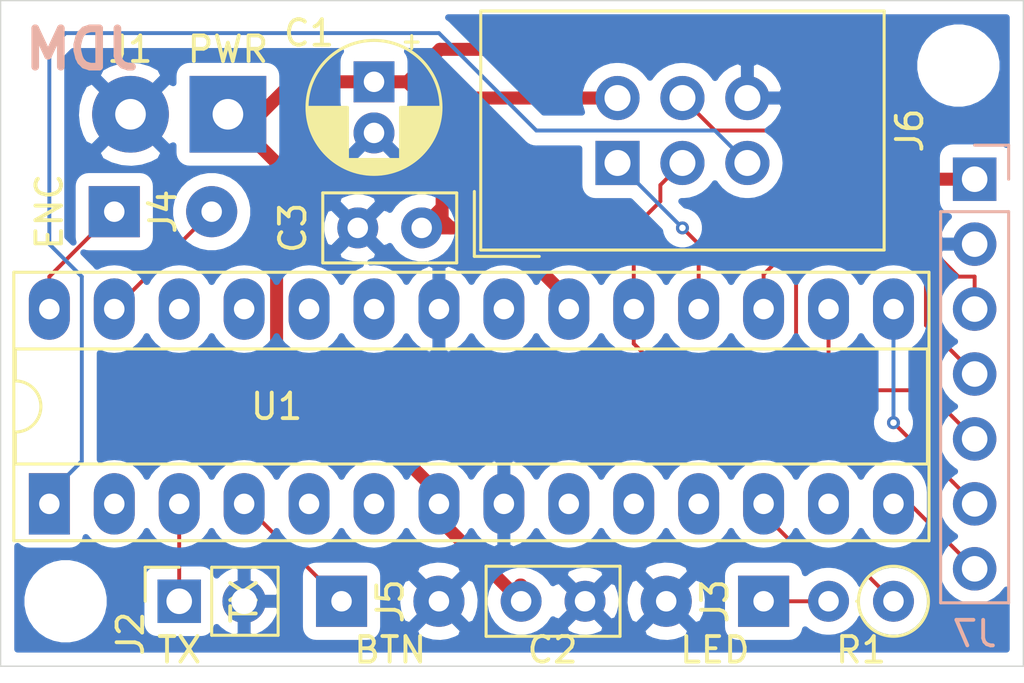
<source format=kicad_pcb>
(kicad_pcb (version 20171130) (host pcbnew "(5.1.4-0-10_14)")

  (general
    (thickness 1.6)
    (drawings 11)
    (tracks 94)
    (zones 0)
    (modules 14)
    (nets 28)
  )

  (page A4)
  (layers
    (0 F.Cu signal)
    (31 B.Cu signal)
    (36 B.SilkS user)
    (37 F.SilkS user)
    (38 B.Mask user)
    (39 F.Mask user)
    (41 Cmts.User user)
    (44 Edge.Cuts user)
    (45 Margin user)
    (46 B.CrtYd user)
    (47 F.CrtYd user)
    (48 B.Fab user hide)
    (49 F.Fab user hide)
  )

  (setup
    (last_trace_width 0.1524)
    (user_trace_width 0.254)
    (user_trace_width 0.381)
    (user_trace_width 0.508)
    (user_trace_width 0.8128)
    (trace_clearance 0.1524)
    (zone_clearance 0.508)
    (zone_45_only no)
    (trace_min 0.1524)
    (via_size 0.508)
    (via_drill 0.254)
    (via_min_size 0.508)
    (via_min_drill 0.254)
    (user_via 1.905 0.254)
    (uvia_size 0.508)
    (uvia_drill 0.254)
    (uvias_allowed no)
    (uvia_min_size 0.508)
    (uvia_min_drill 0.254)
    (edge_width 0.15)
    (segment_width 0.2)
    (pcb_text_width 0.3)
    (pcb_text_size 1.5 1.5)
    (mod_edge_width 0.15)
    (mod_text_size 1 1)
    (mod_text_width 0.15)
    (pad_size 1.524 1.524)
    (pad_drill 0.762)
    (pad_to_mask_clearance 0.0508)
    (solder_mask_min_width 0.1016)
    (aux_axis_origin 0 0)
    (visible_elements FFFFFF7F)
    (pcbplotparams
      (layerselection 0x010fc_ffffffff)
      (usegerberextensions false)
      (usegerberattributes false)
      (usegerberadvancedattributes false)
      (creategerberjobfile false)
      (excludeedgelayer true)
      (linewidth 0.100000)
      (plotframeref false)
      (viasonmask false)
      (mode 1)
      (useauxorigin false)
      (hpglpennumber 1)
      (hpglpenspeed 20)
      (hpglpendiameter 15.000000)
      (psnegative false)
      (psa4output false)
      (plotreference true)
      (plotvalue true)
      (plotinvisibletext false)
      (padsonsilk false)
      (subtractmaskfromsilk false)
      (outputformat 1)
      (mirror false)
      (drillshape 1)
      (scaleselection 1)
      (outputdirectory ""))
  )

  (net 0 "")
  (net 1 GND)
  (net 2 VCC)
  (net 3 /TX)
  (net 4 "Net-(J3-Pad1)")
  (net 5 "Net-(J4-Pad2)")
  (net 6 "Net-(J4-Pad1)")
  (net 7 "Net-(J6-Pad5)")
  (net 8 "Net-(J6-Pad4)")
  (net 9 "Net-(J6-Pad3)")
  (net 10 "Net-(J6-Pad1)")
  (net 11 "Net-(J7-Pad7)")
  (net 12 "Net-(J7-Pad6)")
  (net 13 "Net-(J7-Pad5)")
  (net 14 "Net-(R1-Pad1)")
  (net 15 "Net-(U1-Pad13)")
  (net 16 "Net-(U1-Pad26)")
  (net 17 "Net-(U1-Pad25)")
  (net 18 "Net-(U1-Pad11)")
  (net 19 "Net-(U1-Pad24)")
  (net 20 "Net-(U1-Pad10)")
  (net 21 "Net-(U1-Pad23)")
  (net 22 "Net-(U1-Pad9)")
  (net 23 "Net-(U1-Pad21)")
  (net 24 "Net-(U1-Pad6)")
  (net 25 "Net-(U1-Pad5)")
  (net 26 "Net-(U1-Pad2)")
  (net 27 "Net-(J5-Pad1)")

  (net_class Default "This is the default net class."
    (clearance 0.1524)
    (trace_width 0.1524)
    (via_dia 0.508)
    (via_drill 0.254)
    (uvia_dia 0.508)
    (uvia_drill 0.254)
    (diff_pair_width 0.1524)
    (diff_pair_gap 0.1524)
    (add_net /TX)
    (add_net GND)
    (add_net "Net-(J3-Pad1)")
    (add_net "Net-(J4-Pad1)")
    (add_net "Net-(J4-Pad2)")
    (add_net "Net-(J5-Pad1)")
    (add_net "Net-(J6-Pad1)")
    (add_net "Net-(J6-Pad3)")
    (add_net "Net-(J6-Pad4)")
    (add_net "Net-(J6-Pad5)")
    (add_net "Net-(J7-Pad5)")
    (add_net "Net-(J7-Pad6)")
    (add_net "Net-(J7-Pad7)")
    (add_net "Net-(R1-Pad1)")
    (add_net "Net-(U1-Pad10)")
    (add_net "Net-(U1-Pad11)")
    (add_net "Net-(U1-Pad13)")
    (add_net "Net-(U1-Pad2)")
    (add_net "Net-(U1-Pad21)")
    (add_net "Net-(U1-Pad23)")
    (add_net "Net-(U1-Pad24)")
    (add_net "Net-(U1-Pad25)")
    (add_net "Net-(U1-Pad26)")
    (add_net "Net-(U1-Pad5)")
    (add_net "Net-(U1-Pad6)")
    (add_net "Net-(U1-Pad9)")
    (add_net VCC)
  )

  (module Connector_PinHeader_2.54mm:PinHeader_1x07_P2.54mm_Vertical (layer B.Cu) (tedit 59FED5CC) (tstamp 5D4CF440)
    (at 167.005 85.09 180)
    (descr "Through hole straight pin header, 1x07, 2.54mm pitch, single row")
    (tags "Through hole pin header THT 1x07 2.54mm single row")
    (path /5D4E171E)
    (fp_text reference J7 (at 0 -17.78) (layer B.SilkS)
      (effects (font (size 1 1) (thickness 0.15)) (justify mirror))
    )
    (fp_text value OLED_CONN (at 2.54 0.635 90) (layer B.Fab)
      (effects (font (size 1 1) (thickness 0.15)) (justify mirror))
    )
    (fp_text user %R (at 0 -7.62) (layer B.Fab)
      (effects (font (size 1 1) (thickness 0.15)) (justify mirror))
    )
    (fp_line (start 1.8 1.8) (end -1.8 1.8) (layer B.CrtYd) (width 0.05))
    (fp_line (start 1.8 -17.05) (end 1.8 1.8) (layer B.CrtYd) (width 0.05))
    (fp_line (start -1.8 -17.05) (end 1.8 -17.05) (layer B.CrtYd) (width 0.05))
    (fp_line (start -1.8 1.8) (end -1.8 -17.05) (layer B.CrtYd) (width 0.05))
    (fp_line (start -1.33 1.33) (end 0 1.33) (layer B.SilkS) (width 0.12))
    (fp_line (start -1.33 0) (end -1.33 1.33) (layer B.SilkS) (width 0.12))
    (fp_line (start -1.33 -1.27) (end 1.33 -1.27) (layer B.SilkS) (width 0.12))
    (fp_line (start 1.33 -1.27) (end 1.33 -16.57) (layer B.SilkS) (width 0.12))
    (fp_line (start -1.33 -1.27) (end -1.33 -16.57) (layer B.SilkS) (width 0.12))
    (fp_line (start -1.33 -16.57) (end 1.33 -16.57) (layer B.SilkS) (width 0.12))
    (fp_line (start -1.27 0.635) (end -0.635 1.27) (layer B.Fab) (width 0.1))
    (fp_line (start -1.27 -16.51) (end -1.27 0.635) (layer B.Fab) (width 0.1))
    (fp_line (start 1.27 -16.51) (end -1.27 -16.51) (layer B.Fab) (width 0.1))
    (fp_line (start 1.27 1.27) (end 1.27 -16.51) (layer B.Fab) (width 0.1))
    (fp_line (start -0.635 1.27) (end 1.27 1.27) (layer B.Fab) (width 0.1))
    (pad 7 thru_hole oval (at 0 -15.24 180) (size 1.7 1.7) (drill 1) (layers *.Cu *.Mask)
      (net 11 "Net-(J7-Pad7)"))
    (pad 6 thru_hole oval (at 0 -12.7 180) (size 1.7 1.7) (drill 1) (layers *.Cu *.Mask)
      (net 12 "Net-(J7-Pad6)"))
    (pad 5 thru_hole oval (at 0 -10.16 180) (size 1.7 1.7) (drill 1) (layers *.Cu *.Mask)
      (net 13 "Net-(J7-Pad5)"))
    (pad 4 thru_hole oval (at 0 -7.62 180) (size 1.7 1.7) (drill 1) (layers *.Cu *.Mask)
      (net 9 "Net-(J6-Pad3)"))
    (pad 3 thru_hole oval (at 0 -5.08 180) (size 1.7 1.7) (drill 1) (layers *.Cu *.Mask)
      (net 8 "Net-(J6-Pad4)"))
    (pad 2 thru_hole oval (at 0 -2.54 180) (size 1.7 1.7) (drill 1) (layers *.Cu *.Mask)
      (net 1 GND))
    (pad 1 thru_hole rect (at 0 0 180) (size 1.7 1.7) (drill 1) (layers *.Cu *.Mask)
      (net 2 VCC))
    (model ${KISYS3DMOD}/Connector_PinHeader_2.54mm.3dshapes/PinHeader_1x07_P2.54mm_Vertical.wrl
      (at (xyz 0 0 0))
      (scale (xyz 1 1 1))
      (rotate (xyz 0 0 0))
    )
  )

  (module Connector_Wire:SolderWirePad_1x02_P3.81mm_Drill1.2mm (layer F.Cu) (tedit 5AEE5EF3) (tstamp 5D521CD3)
    (at 137.795 82.55 180)
    (descr "Wire solder connection")
    (tags connector)
    (path /5D536CA1)
    (attr virtual)
    (fp_text reference J1 (at 3.81 2.54) (layer F.SilkS)
      (effects (font (size 1 1) (thickness 0.15)))
    )
    (fp_text value Conn_01x02 (at 1.905 3.81) (layer F.Fab)
      (effects (font (size 1 1) (thickness 0.15)))
    )
    (fp_line (start 5.81 2) (end -1.99 2) (layer F.CrtYd) (width 0.05))
    (fp_line (start 5.81 2) (end 5.81 -2) (layer F.CrtYd) (width 0.05))
    (fp_line (start -1.99 -2) (end -1.99 2) (layer F.CrtYd) (width 0.05))
    (fp_line (start -1.99 -2) (end 5.81 -2) (layer F.CrtYd) (width 0.05))
    (fp_text user %R (at 1.905 0) (layer F.Fab)
      (effects (font (size 1 1) (thickness 0.15)))
    )
    (pad 2 thru_hole circle (at 3.81 0 180) (size 2.99974 2.99974) (drill 1.19888) (layers *.Cu *.Mask)
      (net 1 GND))
    (pad 1 thru_hole rect (at 0 0 180) (size 2.99974 2.99974) (drill 1.19888) (layers *.Cu *.Mask)
      (net 2 VCC))
  )

  (module Connector_Wire:SolderWirePad_1x02_P3.81mm_Drill0.8mm (layer F.Cu) (tedit 5AEE54BF) (tstamp 5D520269)
    (at 142.24 101.6)
    (descr "Wire solder connection")
    (tags connector)
    (path /5D522AAC)
    (attr virtual)
    (fp_text reference J5 (at 1.905 0 90) (layer F.SilkS)
      (effects (font (size 1 1) (thickness 0.15)))
    )
    (fp_text value Conn_01x02 (at 1.905 2.54) (layer F.Fab)
      (effects (font (size 1 1) (thickness 0.15)))
    )
    (fp_line (start 5.31 1.5) (end -1.49 1.5) (layer F.CrtYd) (width 0.05))
    (fp_line (start 5.31 1.5) (end 5.31 -1.5) (layer F.CrtYd) (width 0.05))
    (fp_line (start -1.49 -1.5) (end -1.49 1.5) (layer F.CrtYd) (width 0.05))
    (fp_line (start -1.49 -1.5) (end 5.31 -1.5) (layer F.CrtYd) (width 0.05))
    (fp_text user %R (at 1.905 0) (layer F.Fab)
      (effects (font (size 1 1) (thickness 0.15)))
    )
    (pad 2 thru_hole circle (at 3.81 0) (size 1.99898 1.99898) (drill 0.8001) (layers *.Cu *.Mask)
      (net 1 GND))
    (pad 1 thru_hole rect (at 0 0) (size 1.99898 1.99898) (drill 0.8001) (layers *.Cu *.Mask)
      (net 27 "Net-(J5-Pad1)"))
  )

  (module Connector_Wire:SolderWirePad_1x02_P3.81mm_Drill0.8mm (layer F.Cu) (tedit 5AEE54BF) (tstamp 5D52025E)
    (at 133.35 86.36)
    (descr "Wire solder connection")
    (tags connector)
    (path /5D52138A)
    (attr virtual)
    (fp_text reference J4 (at 1.905 0 90) (layer F.SilkS)
      (effects (font (size 1 1) (thickness 0.15)))
    )
    (fp_text value Conn_01x02 (at 1.905 2.54) (layer F.Fab)
      (effects (font (size 1 1) (thickness 0.15)))
    )
    (fp_line (start 5.31 1.5) (end -1.49 1.5) (layer F.CrtYd) (width 0.05))
    (fp_line (start 5.31 1.5) (end 5.31 -1.5) (layer F.CrtYd) (width 0.05))
    (fp_line (start -1.49 -1.5) (end -1.49 1.5) (layer F.CrtYd) (width 0.05))
    (fp_line (start -1.49 -1.5) (end 5.31 -1.5) (layer F.CrtYd) (width 0.05))
    (fp_text user %R (at 1.905 0) (layer F.Fab)
      (effects (font (size 1 1) (thickness 0.15)))
    )
    (pad 2 thru_hole circle (at 3.81 0) (size 1.99898 1.99898) (drill 0.8001) (layers *.Cu *.Mask)
      (net 5 "Net-(J4-Pad2)"))
    (pad 1 thru_hole rect (at 0 0) (size 1.99898 1.99898) (drill 0.8001) (layers *.Cu *.Mask)
      (net 6 "Net-(J4-Pad1)"))
  )

  (module Connector_Wire:SolderWirePad_1x02_P3.81mm_Drill0.8mm (layer F.Cu) (tedit 5AEE54BF) (tstamp 5D520253)
    (at 158.75 101.6 180)
    (descr "Wire solder connection")
    (tags connector)
    (path /5D523371)
    (attr virtual)
    (fp_text reference J3 (at 1.905 0 90) (layer F.SilkS)
      (effects (font (size 1 1) (thickness 0.15)))
    )
    (fp_text value Conn_01x02 (at 1.905 2.54) (layer F.Fab)
      (effects (font (size 1 1) (thickness 0.15)))
    )
    (fp_line (start 5.31 1.5) (end -1.49 1.5) (layer F.CrtYd) (width 0.05))
    (fp_line (start 5.31 1.5) (end 5.31 -1.5) (layer F.CrtYd) (width 0.05))
    (fp_line (start -1.49 -1.5) (end -1.49 1.5) (layer F.CrtYd) (width 0.05))
    (fp_line (start -1.49 -1.5) (end 5.31 -1.5) (layer F.CrtYd) (width 0.05))
    (fp_text user %R (at 1.905 0) (layer F.Fab)
      (effects (font (size 1 1) (thickness 0.15)))
    )
    (pad 2 thru_hole circle (at 3.81 0 180) (size 1.99898 1.99898) (drill 0.8001) (layers *.Cu *.Mask)
      (net 1 GND))
    (pad 1 thru_hole rect (at 0 0 180) (size 1.99898 1.99898) (drill 0.8001) (layers *.Cu *.Mask)
      (net 4 "Net-(J3-Pad1)"))
  )

  (module Connector_IDC:IDC-Header_2x03_P2.54mm_Vertical (layer F.Cu) (tedit 59DE0819) (tstamp 5D4CD689)
    (at 153.035 84.455 90)
    (descr "Through hole straight IDC box header, 2x03, 2.54mm pitch, double rows")
    (tags "Through hole IDC box header THT 2x03 2.54mm double row")
    (path /5D4CFC7D)
    (fp_text reference J6 (at 1.27 11.43 90) (layer F.SilkS)
      (effects (font (size 1 1) (thickness 0.15)))
    )
    (fp_text value AVR-ISP-6 (at 1.27 11.684 270) (layer F.Fab)
      (effects (font (size 1 1) (thickness 0.15)))
    )
    (fp_text user %R (at 1.27 2.54 270) (layer F.Fab)
      (effects (font (size 1 1) (thickness 0.15)))
    )
    (fp_line (start 5.695 -5.1) (end 5.695 10.18) (layer F.Fab) (width 0.1))
    (fp_line (start 5.145 -4.56) (end 5.145 9.62) (layer F.Fab) (width 0.1))
    (fp_line (start -3.155 -5.1) (end -3.155 10.18) (layer F.Fab) (width 0.1))
    (fp_line (start -2.605 -4.56) (end -2.605 0.29) (layer F.Fab) (width 0.1))
    (fp_line (start -2.605 4.79) (end -2.605 9.62) (layer F.Fab) (width 0.1))
    (fp_line (start -2.605 0.29) (end -3.155 0.29) (layer F.Fab) (width 0.1))
    (fp_line (start -2.605 4.79) (end -3.155 4.79) (layer F.Fab) (width 0.1))
    (fp_line (start 5.695 -5.1) (end -3.155 -5.1) (layer F.Fab) (width 0.1))
    (fp_line (start 5.145 -4.56) (end -2.605 -4.56) (layer F.Fab) (width 0.1))
    (fp_line (start 5.695 10.18) (end -3.155 10.18) (layer F.Fab) (width 0.1))
    (fp_line (start 5.145 9.62) (end -2.605 9.62) (layer F.Fab) (width 0.1))
    (fp_line (start 5.695 -5.1) (end 5.145 -4.56) (layer F.Fab) (width 0.1))
    (fp_line (start 5.695 10.18) (end 5.145 9.62) (layer F.Fab) (width 0.1))
    (fp_line (start -3.155 -5.1) (end -2.605 -4.56) (layer F.Fab) (width 0.1))
    (fp_line (start -3.155 10.18) (end -2.605 9.62) (layer F.Fab) (width 0.1))
    (fp_line (start 5.95 -5.35) (end 5.95 10.43) (layer F.CrtYd) (width 0.05))
    (fp_line (start 5.95 10.43) (end -3.41 10.43) (layer F.CrtYd) (width 0.05))
    (fp_line (start -3.41 10.43) (end -3.41 -5.35) (layer F.CrtYd) (width 0.05))
    (fp_line (start -3.41 -5.35) (end 5.95 -5.35) (layer F.CrtYd) (width 0.05))
    (fp_line (start 5.945 -5.35) (end 5.945 10.43) (layer F.SilkS) (width 0.12))
    (fp_line (start 5.945 10.43) (end -3.405 10.43) (layer F.SilkS) (width 0.12))
    (fp_line (start -3.405 10.43) (end -3.405 -5.35) (layer F.SilkS) (width 0.12))
    (fp_line (start -3.405 -5.35) (end 5.945 -5.35) (layer F.SilkS) (width 0.12))
    (fp_line (start -3.655 -5.6) (end -3.655 -3.06) (layer F.SilkS) (width 0.12))
    (fp_line (start -3.655 -5.6) (end -1.115 -5.6) (layer F.SilkS) (width 0.12))
    (pad 1 thru_hole rect (at 0 0 90) (size 1.7272 1.7272) (drill 1.016) (layers *.Cu *.Mask)
      (net 10 "Net-(J6-Pad1)"))
    (pad 2 thru_hole oval (at 2.54 0 90) (size 1.7272 1.7272) (drill 1.016) (layers *.Cu *.Mask)
      (net 2 VCC))
    (pad 3 thru_hole oval (at 0 2.54 90) (size 1.7272 1.7272) (drill 1.016) (layers *.Cu *.Mask)
      (net 9 "Net-(J6-Pad3)"))
    (pad 4 thru_hole oval (at 2.54 2.54 90) (size 1.7272 1.7272) (drill 1.016) (layers *.Cu *.Mask)
      (net 8 "Net-(J6-Pad4)"))
    (pad 5 thru_hole oval (at 0 5.08 90) (size 1.7272 1.7272) (drill 1.016) (layers *.Cu *.Mask)
      (net 7 "Net-(J6-Pad5)"))
    (pad 6 thru_hole oval (at 2.54 5.08 90) (size 1.7272 1.7272) (drill 1.016) (layers *.Cu *.Mask)
      (net 1 GND))
    (model ${KISYS3DMOD}/Connector_IDC.3dshapes/IDC-Header_2x03_P2.54mm_Vertical.wrl
      (at (xyz 0 0 0))
      (scale (xyz 1 1 1))
      (rotate (xyz 0 0 0))
    )
  )

  (module Capacitor_THT:CP_Radial_D5.0mm_P2.00mm (layer F.Cu) (tedit 5AE50EF0) (tstamp 5D4F5B4D)
    (at 143.51 81.28 270)
    (descr "CP, Radial series, Radial, pin pitch=2.00mm, , diameter=5mm, Electrolytic Capacitor")
    (tags "CP Radial series Radial pin pitch 2.00mm  diameter 5mm Electrolytic Capacitor")
    (path /5D4E2766)
    (fp_text reference C1 (at -1.905 2.54 180) (layer F.SilkS)
      (effects (font (size 1 1) (thickness 0.15)))
    )
    (fp_text value 10u (at 1 3.75 90) (layer F.Fab)
      (effects (font (size 1 1) (thickness 0.15)))
    )
    (fp_text user %R (at 1 0 90) (layer F.Fab)
      (effects (font (size 1 1) (thickness 0.15)))
    )
    (fp_line (start -1.554775 -1.725) (end -1.554775 -1.225) (layer F.SilkS) (width 0.12))
    (fp_line (start -1.804775 -1.475) (end -1.304775 -1.475) (layer F.SilkS) (width 0.12))
    (fp_line (start 3.601 -0.284) (end 3.601 0.284) (layer F.SilkS) (width 0.12))
    (fp_line (start 3.561 -0.518) (end 3.561 0.518) (layer F.SilkS) (width 0.12))
    (fp_line (start 3.521 -0.677) (end 3.521 0.677) (layer F.SilkS) (width 0.12))
    (fp_line (start 3.481 -0.805) (end 3.481 0.805) (layer F.SilkS) (width 0.12))
    (fp_line (start 3.441 -0.915) (end 3.441 0.915) (layer F.SilkS) (width 0.12))
    (fp_line (start 3.401 -1.011) (end 3.401 1.011) (layer F.SilkS) (width 0.12))
    (fp_line (start 3.361 -1.098) (end 3.361 1.098) (layer F.SilkS) (width 0.12))
    (fp_line (start 3.321 -1.178) (end 3.321 1.178) (layer F.SilkS) (width 0.12))
    (fp_line (start 3.281 -1.251) (end 3.281 1.251) (layer F.SilkS) (width 0.12))
    (fp_line (start 3.241 -1.319) (end 3.241 1.319) (layer F.SilkS) (width 0.12))
    (fp_line (start 3.201 -1.383) (end 3.201 1.383) (layer F.SilkS) (width 0.12))
    (fp_line (start 3.161 -1.443) (end 3.161 1.443) (layer F.SilkS) (width 0.12))
    (fp_line (start 3.121 -1.5) (end 3.121 1.5) (layer F.SilkS) (width 0.12))
    (fp_line (start 3.081 -1.554) (end 3.081 1.554) (layer F.SilkS) (width 0.12))
    (fp_line (start 3.041 -1.605) (end 3.041 1.605) (layer F.SilkS) (width 0.12))
    (fp_line (start 3.001 1.04) (end 3.001 1.653) (layer F.SilkS) (width 0.12))
    (fp_line (start 3.001 -1.653) (end 3.001 -1.04) (layer F.SilkS) (width 0.12))
    (fp_line (start 2.961 1.04) (end 2.961 1.699) (layer F.SilkS) (width 0.12))
    (fp_line (start 2.961 -1.699) (end 2.961 -1.04) (layer F.SilkS) (width 0.12))
    (fp_line (start 2.921 1.04) (end 2.921 1.743) (layer F.SilkS) (width 0.12))
    (fp_line (start 2.921 -1.743) (end 2.921 -1.04) (layer F.SilkS) (width 0.12))
    (fp_line (start 2.881 1.04) (end 2.881 1.785) (layer F.SilkS) (width 0.12))
    (fp_line (start 2.881 -1.785) (end 2.881 -1.04) (layer F.SilkS) (width 0.12))
    (fp_line (start 2.841 1.04) (end 2.841 1.826) (layer F.SilkS) (width 0.12))
    (fp_line (start 2.841 -1.826) (end 2.841 -1.04) (layer F.SilkS) (width 0.12))
    (fp_line (start 2.801 1.04) (end 2.801 1.864) (layer F.SilkS) (width 0.12))
    (fp_line (start 2.801 -1.864) (end 2.801 -1.04) (layer F.SilkS) (width 0.12))
    (fp_line (start 2.761 1.04) (end 2.761 1.901) (layer F.SilkS) (width 0.12))
    (fp_line (start 2.761 -1.901) (end 2.761 -1.04) (layer F.SilkS) (width 0.12))
    (fp_line (start 2.721 1.04) (end 2.721 1.937) (layer F.SilkS) (width 0.12))
    (fp_line (start 2.721 -1.937) (end 2.721 -1.04) (layer F.SilkS) (width 0.12))
    (fp_line (start 2.681 1.04) (end 2.681 1.971) (layer F.SilkS) (width 0.12))
    (fp_line (start 2.681 -1.971) (end 2.681 -1.04) (layer F.SilkS) (width 0.12))
    (fp_line (start 2.641 1.04) (end 2.641 2.004) (layer F.SilkS) (width 0.12))
    (fp_line (start 2.641 -2.004) (end 2.641 -1.04) (layer F.SilkS) (width 0.12))
    (fp_line (start 2.601 1.04) (end 2.601 2.035) (layer F.SilkS) (width 0.12))
    (fp_line (start 2.601 -2.035) (end 2.601 -1.04) (layer F.SilkS) (width 0.12))
    (fp_line (start 2.561 1.04) (end 2.561 2.065) (layer F.SilkS) (width 0.12))
    (fp_line (start 2.561 -2.065) (end 2.561 -1.04) (layer F.SilkS) (width 0.12))
    (fp_line (start 2.521 1.04) (end 2.521 2.095) (layer F.SilkS) (width 0.12))
    (fp_line (start 2.521 -2.095) (end 2.521 -1.04) (layer F.SilkS) (width 0.12))
    (fp_line (start 2.481 1.04) (end 2.481 2.122) (layer F.SilkS) (width 0.12))
    (fp_line (start 2.481 -2.122) (end 2.481 -1.04) (layer F.SilkS) (width 0.12))
    (fp_line (start 2.441 1.04) (end 2.441 2.149) (layer F.SilkS) (width 0.12))
    (fp_line (start 2.441 -2.149) (end 2.441 -1.04) (layer F.SilkS) (width 0.12))
    (fp_line (start 2.401 1.04) (end 2.401 2.175) (layer F.SilkS) (width 0.12))
    (fp_line (start 2.401 -2.175) (end 2.401 -1.04) (layer F.SilkS) (width 0.12))
    (fp_line (start 2.361 1.04) (end 2.361 2.2) (layer F.SilkS) (width 0.12))
    (fp_line (start 2.361 -2.2) (end 2.361 -1.04) (layer F.SilkS) (width 0.12))
    (fp_line (start 2.321 1.04) (end 2.321 2.224) (layer F.SilkS) (width 0.12))
    (fp_line (start 2.321 -2.224) (end 2.321 -1.04) (layer F.SilkS) (width 0.12))
    (fp_line (start 2.281 1.04) (end 2.281 2.247) (layer F.SilkS) (width 0.12))
    (fp_line (start 2.281 -2.247) (end 2.281 -1.04) (layer F.SilkS) (width 0.12))
    (fp_line (start 2.241 1.04) (end 2.241 2.268) (layer F.SilkS) (width 0.12))
    (fp_line (start 2.241 -2.268) (end 2.241 -1.04) (layer F.SilkS) (width 0.12))
    (fp_line (start 2.201 1.04) (end 2.201 2.29) (layer F.SilkS) (width 0.12))
    (fp_line (start 2.201 -2.29) (end 2.201 -1.04) (layer F.SilkS) (width 0.12))
    (fp_line (start 2.161 1.04) (end 2.161 2.31) (layer F.SilkS) (width 0.12))
    (fp_line (start 2.161 -2.31) (end 2.161 -1.04) (layer F.SilkS) (width 0.12))
    (fp_line (start 2.121 1.04) (end 2.121 2.329) (layer F.SilkS) (width 0.12))
    (fp_line (start 2.121 -2.329) (end 2.121 -1.04) (layer F.SilkS) (width 0.12))
    (fp_line (start 2.081 1.04) (end 2.081 2.348) (layer F.SilkS) (width 0.12))
    (fp_line (start 2.081 -2.348) (end 2.081 -1.04) (layer F.SilkS) (width 0.12))
    (fp_line (start 2.041 1.04) (end 2.041 2.365) (layer F.SilkS) (width 0.12))
    (fp_line (start 2.041 -2.365) (end 2.041 -1.04) (layer F.SilkS) (width 0.12))
    (fp_line (start 2.001 1.04) (end 2.001 2.382) (layer F.SilkS) (width 0.12))
    (fp_line (start 2.001 -2.382) (end 2.001 -1.04) (layer F.SilkS) (width 0.12))
    (fp_line (start 1.961 1.04) (end 1.961 2.398) (layer F.SilkS) (width 0.12))
    (fp_line (start 1.961 -2.398) (end 1.961 -1.04) (layer F.SilkS) (width 0.12))
    (fp_line (start 1.921 1.04) (end 1.921 2.414) (layer F.SilkS) (width 0.12))
    (fp_line (start 1.921 -2.414) (end 1.921 -1.04) (layer F.SilkS) (width 0.12))
    (fp_line (start 1.881 1.04) (end 1.881 2.428) (layer F.SilkS) (width 0.12))
    (fp_line (start 1.881 -2.428) (end 1.881 -1.04) (layer F.SilkS) (width 0.12))
    (fp_line (start 1.841 1.04) (end 1.841 2.442) (layer F.SilkS) (width 0.12))
    (fp_line (start 1.841 -2.442) (end 1.841 -1.04) (layer F.SilkS) (width 0.12))
    (fp_line (start 1.801 1.04) (end 1.801 2.455) (layer F.SilkS) (width 0.12))
    (fp_line (start 1.801 -2.455) (end 1.801 -1.04) (layer F.SilkS) (width 0.12))
    (fp_line (start 1.761 1.04) (end 1.761 2.468) (layer F.SilkS) (width 0.12))
    (fp_line (start 1.761 -2.468) (end 1.761 -1.04) (layer F.SilkS) (width 0.12))
    (fp_line (start 1.721 1.04) (end 1.721 2.48) (layer F.SilkS) (width 0.12))
    (fp_line (start 1.721 -2.48) (end 1.721 -1.04) (layer F.SilkS) (width 0.12))
    (fp_line (start 1.68 1.04) (end 1.68 2.491) (layer F.SilkS) (width 0.12))
    (fp_line (start 1.68 -2.491) (end 1.68 -1.04) (layer F.SilkS) (width 0.12))
    (fp_line (start 1.64 1.04) (end 1.64 2.501) (layer F.SilkS) (width 0.12))
    (fp_line (start 1.64 -2.501) (end 1.64 -1.04) (layer F.SilkS) (width 0.12))
    (fp_line (start 1.6 1.04) (end 1.6 2.511) (layer F.SilkS) (width 0.12))
    (fp_line (start 1.6 -2.511) (end 1.6 -1.04) (layer F.SilkS) (width 0.12))
    (fp_line (start 1.56 1.04) (end 1.56 2.52) (layer F.SilkS) (width 0.12))
    (fp_line (start 1.56 -2.52) (end 1.56 -1.04) (layer F.SilkS) (width 0.12))
    (fp_line (start 1.52 1.04) (end 1.52 2.528) (layer F.SilkS) (width 0.12))
    (fp_line (start 1.52 -2.528) (end 1.52 -1.04) (layer F.SilkS) (width 0.12))
    (fp_line (start 1.48 1.04) (end 1.48 2.536) (layer F.SilkS) (width 0.12))
    (fp_line (start 1.48 -2.536) (end 1.48 -1.04) (layer F.SilkS) (width 0.12))
    (fp_line (start 1.44 1.04) (end 1.44 2.543) (layer F.SilkS) (width 0.12))
    (fp_line (start 1.44 -2.543) (end 1.44 -1.04) (layer F.SilkS) (width 0.12))
    (fp_line (start 1.4 1.04) (end 1.4 2.55) (layer F.SilkS) (width 0.12))
    (fp_line (start 1.4 -2.55) (end 1.4 -1.04) (layer F.SilkS) (width 0.12))
    (fp_line (start 1.36 1.04) (end 1.36 2.556) (layer F.SilkS) (width 0.12))
    (fp_line (start 1.36 -2.556) (end 1.36 -1.04) (layer F.SilkS) (width 0.12))
    (fp_line (start 1.32 1.04) (end 1.32 2.561) (layer F.SilkS) (width 0.12))
    (fp_line (start 1.32 -2.561) (end 1.32 -1.04) (layer F.SilkS) (width 0.12))
    (fp_line (start 1.28 1.04) (end 1.28 2.565) (layer F.SilkS) (width 0.12))
    (fp_line (start 1.28 -2.565) (end 1.28 -1.04) (layer F.SilkS) (width 0.12))
    (fp_line (start 1.24 1.04) (end 1.24 2.569) (layer F.SilkS) (width 0.12))
    (fp_line (start 1.24 -2.569) (end 1.24 -1.04) (layer F.SilkS) (width 0.12))
    (fp_line (start 1.2 1.04) (end 1.2 2.573) (layer F.SilkS) (width 0.12))
    (fp_line (start 1.2 -2.573) (end 1.2 -1.04) (layer F.SilkS) (width 0.12))
    (fp_line (start 1.16 1.04) (end 1.16 2.576) (layer F.SilkS) (width 0.12))
    (fp_line (start 1.16 -2.576) (end 1.16 -1.04) (layer F.SilkS) (width 0.12))
    (fp_line (start 1.12 1.04) (end 1.12 2.578) (layer F.SilkS) (width 0.12))
    (fp_line (start 1.12 -2.578) (end 1.12 -1.04) (layer F.SilkS) (width 0.12))
    (fp_line (start 1.08 1.04) (end 1.08 2.579) (layer F.SilkS) (width 0.12))
    (fp_line (start 1.08 -2.579) (end 1.08 -1.04) (layer F.SilkS) (width 0.12))
    (fp_line (start 1.04 -2.58) (end 1.04 -1.04) (layer F.SilkS) (width 0.12))
    (fp_line (start 1.04 1.04) (end 1.04 2.58) (layer F.SilkS) (width 0.12))
    (fp_line (start 1 -2.58) (end 1 -1.04) (layer F.SilkS) (width 0.12))
    (fp_line (start 1 1.04) (end 1 2.58) (layer F.SilkS) (width 0.12))
    (fp_line (start -0.883605 -1.3375) (end -0.883605 -0.8375) (layer F.Fab) (width 0.1))
    (fp_line (start -1.133605 -1.0875) (end -0.633605 -1.0875) (layer F.Fab) (width 0.1))
    (fp_circle (center 1 0) (end 3.75 0) (layer F.CrtYd) (width 0.05))
    (fp_circle (center 1 0) (end 3.62 0) (layer F.SilkS) (width 0.12))
    (fp_circle (center 1 0) (end 3.5 0) (layer F.Fab) (width 0.1))
    (pad 2 thru_hole circle (at 2 0 270) (size 1.6 1.6) (drill 0.8) (layers *.Cu *.Mask)
      (net 1 GND))
    (pad 1 thru_hole rect (at 0 0 270) (size 1.6 1.6) (drill 0.8) (layers *.Cu *.Mask)
      (net 2 VCC))
    (model ${KISYS3DMOD}/Capacitor_THT.3dshapes/CP_Radial_D5.0mm_P2.00mm.wrl
      (at (xyz 0 0 0))
      (scale (xyz 1 1 1))
      (rotate (xyz 0 0 0))
    )
  )

  (module Capacitor_THT:C_Disc_D5.0mm_W2.5mm_P2.50mm (layer F.Cu) (tedit 5AE50EF0) (tstamp 5D4F5B60)
    (at 149.265 101.6)
    (descr "C, Disc series, Radial, pin pitch=2.50mm, , diameter*width=5*2.5mm^2, Capacitor, http://cdn-reichelt.de/documents/datenblatt/B300/DS_KERKO_TC.pdf")
    (tags "C Disc series Radial pin pitch 2.50mm  diameter 5mm width 2.5mm Capacitor")
    (path /5D4E6D1E)
    (fp_text reference C2 (at 1.23 1.905) (layer F.SilkS)
      (effects (font (size 1 1) (thickness 0.15)))
    )
    (fp_text value 0.1u (at 1.25 2.5) (layer F.Fab)
      (effects (font (size 1 1) (thickness 0.15)))
    )
    (fp_text user %R (at 1.25 0) (layer F.Fab)
      (effects (font (size 1 1) (thickness 0.15)))
    )
    (fp_line (start 4 -1.5) (end -1.5 -1.5) (layer F.CrtYd) (width 0.05))
    (fp_line (start 4 1.5) (end 4 -1.5) (layer F.CrtYd) (width 0.05))
    (fp_line (start -1.5 1.5) (end 4 1.5) (layer F.CrtYd) (width 0.05))
    (fp_line (start -1.5 -1.5) (end -1.5 1.5) (layer F.CrtYd) (width 0.05))
    (fp_line (start 3.87 -1.37) (end 3.87 1.37) (layer F.SilkS) (width 0.12))
    (fp_line (start -1.37 -1.37) (end -1.37 1.37) (layer F.SilkS) (width 0.12))
    (fp_line (start -1.37 1.37) (end 3.87 1.37) (layer F.SilkS) (width 0.12))
    (fp_line (start -1.37 -1.37) (end 3.87 -1.37) (layer F.SilkS) (width 0.12))
    (fp_line (start 3.75 -1.25) (end -1.25 -1.25) (layer F.Fab) (width 0.1))
    (fp_line (start 3.75 1.25) (end 3.75 -1.25) (layer F.Fab) (width 0.1))
    (fp_line (start -1.25 1.25) (end 3.75 1.25) (layer F.Fab) (width 0.1))
    (fp_line (start -1.25 -1.25) (end -1.25 1.25) (layer F.Fab) (width 0.1))
    (pad 2 thru_hole circle (at 2.5 0) (size 1.6 1.6) (drill 0.8) (layers *.Cu *.Mask)
      (net 1 GND))
    (pad 1 thru_hole circle (at 0 0) (size 1.6 1.6) (drill 0.8) (layers *.Cu *.Mask)
      (net 2 VCC))
    (model ${KISYS3DMOD}/Capacitor_THT.3dshapes/C_Disc_D5.0mm_W2.5mm_P2.50mm.wrl
      (at (xyz 0 0 0))
      (scale (xyz 1 1 1))
      (rotate (xyz 0 0 0))
    )
  )

  (module Capacitor_THT:C_Disc_D5.0mm_W2.5mm_P2.50mm (layer F.Cu) (tedit 5AE50EF0) (tstamp 5D4F5B73)
    (at 142.875 86.995)
    (descr "C, Disc series, Radial, pin pitch=2.50mm, , diameter*width=5*2.5mm^2, Capacitor, http://cdn-reichelt.de/documents/datenblatt/B300/DS_KERKO_TC.pdf")
    (tags "C Disc series Radial pin pitch 2.50mm  diameter 5mm width 2.5mm Capacitor")
    (path /5D4E5F81)
    (fp_text reference C3 (at -2.54 0 90) (layer F.SilkS)
      (effects (font (size 1 1) (thickness 0.15)))
    )
    (fp_text value 0.1u (at 1.25 2.5) (layer F.Fab)
      (effects (font (size 1 1) (thickness 0.15)))
    )
    (fp_text user %R (at 0.595 0) (layer F.Fab)
      (effects (font (size 1 1) (thickness 0.15)))
    )
    (fp_line (start 4 -1.5) (end -1.5 -1.5) (layer F.CrtYd) (width 0.05))
    (fp_line (start 4 1.5) (end 4 -1.5) (layer F.CrtYd) (width 0.05))
    (fp_line (start -1.5 1.5) (end 4 1.5) (layer F.CrtYd) (width 0.05))
    (fp_line (start -1.5 -1.5) (end -1.5 1.5) (layer F.CrtYd) (width 0.05))
    (fp_line (start 3.87 -1.37) (end 3.87 1.37) (layer F.SilkS) (width 0.12))
    (fp_line (start -1.37 -1.37) (end -1.37 1.37) (layer F.SilkS) (width 0.12))
    (fp_line (start -1.37 1.37) (end 3.87 1.37) (layer F.SilkS) (width 0.12))
    (fp_line (start -1.37 -1.37) (end 3.87 -1.37) (layer F.SilkS) (width 0.12))
    (fp_line (start 3.75 -1.25) (end -1.25 -1.25) (layer F.Fab) (width 0.1))
    (fp_line (start 3.75 1.25) (end 3.75 -1.25) (layer F.Fab) (width 0.1))
    (fp_line (start -1.25 1.25) (end 3.75 1.25) (layer F.Fab) (width 0.1))
    (fp_line (start -1.25 -1.25) (end -1.25 1.25) (layer F.Fab) (width 0.1))
    (pad 2 thru_hole circle (at 2.5 0) (size 1.6 1.6) (drill 0.8) (layers *.Cu *.Mask)
      (net 2 VCC))
    (pad 1 thru_hole circle (at 0 0) (size 1.6 1.6) (drill 0.8) (layers *.Cu *.Mask)
      (net 1 GND))
    (model ${KISYS3DMOD}/Capacitor_THT.3dshapes/C_Disc_D5.0mm_W2.5mm_P2.50mm.wrl
      (at (xyz 0 0 0))
      (scale (xyz 1 1 1))
      (rotate (xyz 0 0 0))
    )
  )

  (module Resistor_THT:R_Axial_DIN0207_L6.3mm_D2.5mm_P2.54mm_Vertical (layer F.Cu) (tedit 5AE5139B) (tstamp 5D4CD6B3)
    (at 163.83 101.6 180)
    (descr "Resistor, Axial_DIN0207 series, Axial, Vertical, pin pitch=2.54mm, 0.25W = 1/4W, length*diameter=6.3*2.5mm^2, http://cdn-reichelt.de/documents/datenblatt/B400/1_4W%23YAG.pdf")
    (tags "Resistor Axial_DIN0207 series Axial Vertical pin pitch 2.54mm 0.25W = 1/4W length 6.3mm diameter 2.5mm")
    (path /5D51B78A)
    (fp_text reference R1 (at 1.27 -1.905 180) (layer F.SilkS)
      (effects (font (size 1 1) (thickness 0.15)))
    )
    (fp_text value 330 (at 1.27 2.37) (layer F.Fab)
      (effects (font (size 1 1) (thickness 0.15)))
    )
    (fp_text user %R (at 1.27 -2.37) (layer F.Fab)
      (effects (font (size 1 1) (thickness 0.15)))
    )
    (fp_line (start 3.59 -1.5) (end -1.5 -1.5) (layer F.CrtYd) (width 0.05))
    (fp_line (start 3.59 1.5) (end 3.59 -1.5) (layer F.CrtYd) (width 0.05))
    (fp_line (start -1.5 1.5) (end 3.59 1.5) (layer F.CrtYd) (width 0.05))
    (fp_line (start -1.5 -1.5) (end -1.5 1.5) (layer F.CrtYd) (width 0.05))
    (fp_line (start 1.37 0) (end 1.44 0) (layer F.SilkS) (width 0.12))
    (fp_line (start 0 0) (end 2.54 0) (layer F.Fab) (width 0.1))
    (fp_circle (center 0 0) (end 1.37 0) (layer F.SilkS) (width 0.12))
    (fp_circle (center 0 0) (end 1.25 0) (layer F.Fab) (width 0.1))
    (pad 2 thru_hole oval (at 2.54 0 180) (size 1.6 1.6) (drill 0.8) (layers *.Cu *.Mask)
      (net 4 "Net-(J3-Pad1)"))
    (pad 1 thru_hole circle (at 0 0 180) (size 1.6 1.6) (drill 0.8) (layers *.Cu *.Mask)
      (net 14 "Net-(R1-Pad1)"))
    (model ${KISYS3DMOD}/Resistor_THT.3dshapes/R_Axial_DIN0207_L6.3mm_D2.5mm_P2.54mm_Vertical.wrl
      (at (xyz 0 0 0))
      (scale (xyz 1 1 1))
      (rotate (xyz 0 0 0))
    )
  )

  (module MountingHole:MountingHole_2.2mm_M2_ISO7380 (layer F.Cu) (tedit 56D1B4CB) (tstamp 5D51B128)
    (at 131.445 101.6 90)
    (descr "Mounting Hole 2.2mm, no annular, M2, ISO7380")
    (tags "mounting hole 2.2mm no annular m2 iso7380")
    (attr virtual)
    (fp_text reference REF** (at 0 -2.75 90) (layer F.SilkS) hide
      (effects (font (size 1 1) (thickness 0.15)))
    )
    (fp_text value MountingHole_2.2mm_M2_ISO7380 (at 0 2.75 90) (layer F.Fab)
      (effects (font (size 1 1) (thickness 0.15)))
    )
    (fp_circle (center 0 0) (end 2 0) (layer F.CrtYd) (width 0.05))
    (fp_circle (center 0 0) (end 1.75 0) (layer Cmts.User) (width 0.15))
    (fp_text user %R (at 0.3 0 90) (layer F.Fab)
      (effects (font (size 1 1) (thickness 0.15)))
    )
    (pad 1 np_thru_hole circle (at 0 0 90) (size 2.2 2.2) (drill 2.2) (layers *.Cu *.Mask))
  )

  (module MountingHole:MountingHole_2.2mm_M2_ISO7380 (layer F.Cu) (tedit 56D1B4CB) (tstamp 5D51AFE9)
    (at 166.37 80.645)
    (descr "Mounting Hole 2.2mm, no annular, M2, ISO7380")
    (tags "mounting hole 2.2mm no annular m2 iso7380")
    (attr virtual)
    (fp_text reference REF** (at 0 -2.75) (layer F.SilkS) hide
      (effects (font (size 1 1) (thickness 0.15)))
    )
    (fp_text value MountingHole_2.2mm_M2_ISO7380 (at 0 2.75) (layer F.Fab)
      (effects (font (size 1 1) (thickness 0.15)))
    )
    (fp_circle (center 0 0) (end 2 0) (layer F.CrtYd) (width 0.05))
    (fp_circle (center 0 0) (end 1.75 0) (layer Cmts.User) (width 0.15))
    (fp_text user %R (at 0.3 0) (layer F.Fab)
      (effects (font (size 1 1) (thickness 0.15)))
    )
    (pad 1 np_thru_hole circle (at 0 0) (size 2.2 2.2) (drill 2.2) (layers *.Cu *.Mask))
  )

  (module Package_DIP:DIP-28_W7.62mm_Socket_LongPads (layer F.Cu) (tedit 5A02E8C5) (tstamp 5D4CE0DE)
    (at 130.81 97.79 90)
    (descr "28-lead though-hole mounted DIP package, row spacing 7.62 mm (300 mils), Socket, LongPads")
    (tags "THT DIP DIL PDIP 2.54mm 7.62mm 300mil Socket LongPads")
    (path /5D4CB3CF)
    (fp_text reference U1 (at 3.81 8.89 180) (layer F.SilkS)
      (effects (font (size 1 1) (thickness 0.15)))
    )
    (fp_text value ATmega328P-PU (at 3.81 35.35 90) (layer F.Fab)
      (effects (font (size 1 1) (thickness 0.15)))
    )
    (fp_text user %R (at 3.81 16.51 90) (layer F.Fab)
      (effects (font (size 1 1) (thickness 0.15)))
    )
    (fp_line (start 9.15 -1.6) (end -1.55 -1.6) (layer F.CrtYd) (width 0.05))
    (fp_line (start 9.15 34.65) (end 9.15 -1.6) (layer F.CrtYd) (width 0.05))
    (fp_line (start -1.55 34.65) (end 9.15 34.65) (layer F.CrtYd) (width 0.05))
    (fp_line (start -1.55 -1.6) (end -1.55 34.65) (layer F.CrtYd) (width 0.05))
    (fp_line (start 9.06 -1.39) (end -1.44 -1.39) (layer F.SilkS) (width 0.12))
    (fp_line (start 9.06 34.41) (end 9.06 -1.39) (layer F.SilkS) (width 0.12))
    (fp_line (start -1.44 34.41) (end 9.06 34.41) (layer F.SilkS) (width 0.12))
    (fp_line (start -1.44 -1.39) (end -1.44 34.41) (layer F.SilkS) (width 0.12))
    (fp_line (start 6.06 -1.33) (end 4.81 -1.33) (layer F.SilkS) (width 0.12))
    (fp_line (start 6.06 34.35) (end 6.06 -1.33) (layer F.SilkS) (width 0.12))
    (fp_line (start 1.56 34.35) (end 6.06 34.35) (layer F.SilkS) (width 0.12))
    (fp_line (start 1.56 -1.33) (end 1.56 34.35) (layer F.SilkS) (width 0.12))
    (fp_line (start 2.81 -1.33) (end 1.56 -1.33) (layer F.SilkS) (width 0.12))
    (fp_line (start 8.89 -1.33) (end -1.27 -1.33) (layer F.Fab) (width 0.1))
    (fp_line (start 8.89 34.35) (end 8.89 -1.33) (layer F.Fab) (width 0.1))
    (fp_line (start -1.27 34.35) (end 8.89 34.35) (layer F.Fab) (width 0.1))
    (fp_line (start -1.27 -1.33) (end -1.27 34.35) (layer F.Fab) (width 0.1))
    (fp_line (start 0.635 -0.27) (end 1.635 -1.27) (layer F.Fab) (width 0.1))
    (fp_line (start 0.635 34.29) (end 0.635 -0.27) (layer F.Fab) (width 0.1))
    (fp_line (start 6.985 34.29) (end 0.635 34.29) (layer F.Fab) (width 0.1))
    (fp_line (start 6.985 -1.27) (end 6.985 34.29) (layer F.Fab) (width 0.1))
    (fp_line (start 1.635 -1.27) (end 6.985 -1.27) (layer F.Fab) (width 0.1))
    (fp_arc (start 3.81 -1.33) (end 2.81 -1.33) (angle -180) (layer F.SilkS) (width 0.12))
    (pad 28 thru_hole oval (at 7.62 0 90) (size 2.4 1.6) (drill 0.8) (layers *.Cu *.Mask)
      (net 6 "Net-(J4-Pad1)"))
    (pad 14 thru_hole oval (at 0 33.02 90) (size 2.4 1.6) (drill 0.8) (layers *.Cu *.Mask)
      (net 11 "Net-(J7-Pad7)"))
    (pad 27 thru_hole oval (at 7.62 2.54 90) (size 2.4 1.6) (drill 0.8) (layers *.Cu *.Mask)
      (net 5 "Net-(J4-Pad2)"))
    (pad 13 thru_hole oval (at 0 30.48 90) (size 2.4 1.6) (drill 0.8) (layers *.Cu *.Mask)
      (net 15 "Net-(U1-Pad13)"))
    (pad 26 thru_hole oval (at 7.62 5.08 90) (size 2.4 1.6) (drill 0.8) (layers *.Cu *.Mask)
      (net 16 "Net-(U1-Pad26)"))
    (pad 12 thru_hole oval (at 0 27.94 90) (size 2.4 1.6) (drill 0.8) (layers *.Cu *.Mask)
      (net 14 "Net-(R1-Pad1)"))
    (pad 25 thru_hole oval (at 7.62 7.62 90) (size 2.4 1.6) (drill 0.8) (layers *.Cu *.Mask)
      (net 17 "Net-(U1-Pad25)"))
    (pad 11 thru_hole oval (at 0 25.4 90) (size 2.4 1.6) (drill 0.8) (layers *.Cu *.Mask)
      (net 18 "Net-(U1-Pad11)"))
    (pad 24 thru_hole oval (at 7.62 10.16 90) (size 2.4 1.6) (drill 0.8) (layers *.Cu *.Mask)
      (net 19 "Net-(U1-Pad24)"))
    (pad 10 thru_hole oval (at 0 22.86 90) (size 2.4 1.6) (drill 0.8) (layers *.Cu *.Mask)
      (net 20 "Net-(U1-Pad10)"))
    (pad 23 thru_hole oval (at 7.62 12.7 90) (size 2.4 1.6) (drill 0.8) (layers *.Cu *.Mask)
      (net 21 "Net-(U1-Pad23)"))
    (pad 9 thru_hole oval (at 0 20.32 90) (size 2.4 1.6) (drill 0.8) (layers *.Cu *.Mask)
      (net 22 "Net-(U1-Pad9)"))
    (pad 22 thru_hole oval (at 7.62 15.24 90) (size 2.4 1.6) (drill 0.8) (layers *.Cu *.Mask)
      (net 1 GND))
    (pad 8 thru_hole oval (at 0 17.78 90) (size 2.4 1.6) (drill 0.8) (layers *.Cu *.Mask)
      (net 1 GND))
    (pad 21 thru_hole oval (at 7.62 17.78 90) (size 2.4 1.6) (drill 0.8) (layers *.Cu *.Mask)
      (net 23 "Net-(U1-Pad21)"))
    (pad 7 thru_hole oval (at 0 15.24 90) (size 2.4 1.6) (drill 0.8) (layers *.Cu *.Mask)
      (net 2 VCC))
    (pad 20 thru_hole oval (at 7.62 20.32 90) (size 2.4 1.6) (drill 0.8) (layers *.Cu *.Mask)
      (net 2 VCC))
    (pad 6 thru_hole oval (at 0 12.7 90) (size 2.4 1.6) (drill 0.8) (layers *.Cu *.Mask)
      (net 24 "Net-(U1-Pad6)"))
    (pad 19 thru_hole oval (at 7.62 22.86 90) (size 2.4 1.6) (drill 0.8) (layers *.Cu *.Mask)
      (net 9 "Net-(J6-Pad3)"))
    (pad 5 thru_hole oval (at 0 10.16 90) (size 2.4 1.6) (drill 0.8) (layers *.Cu *.Mask)
      (net 25 "Net-(U1-Pad5)"))
    (pad 18 thru_hole oval (at 7.62 25.4 90) (size 2.4 1.6) (drill 0.8) (layers *.Cu *.Mask)
      (net 10 "Net-(J6-Pad1)"))
    (pad 4 thru_hole oval (at 0 7.62 90) (size 2.4 1.6) (drill 0.8) (layers *.Cu *.Mask)
      (net 27 "Net-(J5-Pad1)"))
    (pad 17 thru_hole oval (at 7.62 27.94 90) (size 2.4 1.6) (drill 0.8) (layers *.Cu *.Mask)
      (net 8 "Net-(J6-Pad4)"))
    (pad 3 thru_hole oval (at 0 5.08 90) (size 2.4 1.6) (drill 0.8) (layers *.Cu *.Mask)
      (net 3 /TX))
    (pad 16 thru_hole oval (at 7.62 30.48 90) (size 2.4 1.6) (drill 0.8) (layers *.Cu *.Mask)
      (net 13 "Net-(J7-Pad5)"))
    (pad 2 thru_hole oval (at 0 2.54 90) (size 2.4 1.6) (drill 0.8) (layers *.Cu *.Mask)
      (net 26 "Net-(U1-Pad2)"))
    (pad 15 thru_hole oval (at 7.62 33.02 90) (size 2.4 1.6) (drill 0.8) (layers *.Cu *.Mask)
      (net 12 "Net-(J7-Pad6)"))
    (pad 1 thru_hole rect (at 0 0 90) (size 2.4 1.6) (drill 0.8) (layers *.Cu *.Mask)
      (net 7 "Net-(J6-Pad5)"))
    (model ${KISYS3DMOD}/Package_DIP.3dshapes/DIP-28_W7.62mm_Socket.wrl
      (at (xyz 0 0 0))
      (scale (xyz 1 1 1))
      (rotate (xyz 0 0 0))
    )
  )

  (module Connector_PinSocket_2.54mm:PinSocket_1x02_P2.54mm_Vertical (layer F.Cu) (tedit 5A19A420) (tstamp 5D4CD626)
    (at 135.89 101.6 90)
    (descr "Through hole straight socket strip, 1x02, 2.54mm pitch, single row (from Kicad 4.0.7), script generated")
    (tags "Through hole socket strip THT 1x02 2.54mm single row")
    (path /5D54A148)
    (fp_text reference J2 (at -1.27 -1.905 270) (layer F.SilkS)
      (effects (font (size 1 1) (thickness 0.15)))
    )
    (fp_text value Conn_01x02_Female (at 0 5.31 90) (layer F.Fab)
      (effects (font (size 1 1) (thickness 0.15)))
    )
    (fp_text user %R (at -1.27 -3.81) (layer F.Fab)
      (effects (font (size 1 1) (thickness 0.15)))
    )
    (fp_line (start -1.8 4.3) (end -1.8 -1.8) (layer F.CrtYd) (width 0.05))
    (fp_line (start 1.75 4.3) (end -1.8 4.3) (layer F.CrtYd) (width 0.05))
    (fp_line (start 1.75 -1.8) (end 1.75 4.3) (layer F.CrtYd) (width 0.05))
    (fp_line (start -1.8 -1.8) (end 1.75 -1.8) (layer F.CrtYd) (width 0.05))
    (fp_line (start 0 -1.33) (end 1.33 -1.33) (layer F.SilkS) (width 0.12))
    (fp_line (start 1.33 -1.33) (end 1.33 0) (layer F.SilkS) (width 0.12))
    (fp_line (start 1.33 1.27) (end 1.33 3.87) (layer F.SilkS) (width 0.12))
    (fp_line (start -1.33 3.87) (end 1.33 3.87) (layer F.SilkS) (width 0.12))
    (fp_line (start -1.33 1.27) (end -1.33 3.87) (layer F.SilkS) (width 0.12))
    (fp_line (start -1.33 1.27) (end 1.33 1.27) (layer F.SilkS) (width 0.12))
    (fp_line (start -1.27 3.81) (end -1.27 -1.27) (layer F.Fab) (width 0.1))
    (fp_line (start 1.27 3.81) (end -1.27 3.81) (layer F.Fab) (width 0.1))
    (fp_line (start 1.27 -0.635) (end 1.27 3.81) (layer F.Fab) (width 0.1))
    (fp_line (start 0.635 -1.27) (end 1.27 -0.635) (layer F.Fab) (width 0.1))
    (fp_line (start -1.27 -1.27) (end 0.635 -1.27) (layer F.Fab) (width 0.1))
    (pad 2 thru_hole oval (at 0 2.54 90) (size 1.7 1.7) (drill 1) (layers *.Cu *.Mask)
      (net 1 GND))
    (pad 1 thru_hole rect (at 0 0 90) (size 1.7 1.7) (drill 1) (layers *.Cu *.Mask)
      (net 3 /TX))
    (model ${KISYS3DMOD}/Connector_PinSocket_2.54mm.3dshapes/PinSocket_1x02_P2.54mm_Vertical.wrl
      (at (xyz 0 0 0))
      (scale (xyz 1 1 1))
      (rotate (xyz 0 0 0))
    )
  )

  (gr_text JDM (at 132.08 80.01) (layer B.SilkS)
    (effects (font (size 1.5 1.5) (thickness 0.3)) (justify mirror))
  )
  (gr_text LED (at 156.845 103.505) (layer F.SilkS) (tstamp 5D51C073)
    (effects (font (size 1 1) (thickness 0.15)))
  )
  (gr_text BTN (at 144.145 103.505) (layer F.SilkS) (tstamp 5D51C073)
    (effects (font (size 1 1) (thickness 0.15)))
  )
  (gr_text TX (at 135.89 103.505) (layer F.SilkS) (tstamp 5D51C073)
    (effects (font (size 1 1) (thickness 0.15)))
  )
  (gr_text ENC (at 130.81 86.36 90) (layer F.SilkS) (tstamp 5D51C073)
    (effects (font (size 1 1) (thickness 0.15)))
  )
  (gr_text PWR (at 137.795 80.01) (layer F.SilkS) (tstamp 5D51C073)
    (effects (font (size 1 1) (thickness 0.15)))
  )
  (gr_text TX (at 138.43 101.6 90) (layer F.SilkS) (tstamp 5D51C073)
    (effects (font (size 1 1) (thickness 0.15)))
  )
  (gr_line (start 128.905 104.14) (end 128.905 78.105) (layer Edge.Cuts) (width 0.05) (tstamp 5D4F68E9))
  (gr_line (start 168.91 104.14) (end 128.905 104.14) (layer Edge.Cuts) (width 0.05))
  (gr_line (start 168.91 78.105) (end 168.91 104.14) (layer Edge.Cuts) (width 0.05))
  (gr_line (start 128.905 78.105) (end 168.91 78.105) (layer Edge.Cuts) (width 0.05))

  (segment (start 165.1 85.09) (end 167.005 85.09) (width 0.508) (layer F.Cu) (net 2))
  (segment (start 160.02 80.01) (end 165.1 85.09) (width 0.508) (layer F.Cu) (net 2))
  (segment (start 146.50637 86.995) (end 145.375 86.995) (width 0.508) (layer F.Cu) (net 2))
  (segment (start 148.355 86.995) (end 146.50637 86.995) (width 0.508) (layer F.Cu) (net 2))
  (segment (start 151.13 89.77) (end 148.355 86.995) (width 0.508) (layer F.Cu) (net 2))
  (segment (start 151.13 90.17) (end 151.13 89.77) (width 0.508) (layer F.Cu) (net 2))
  (segment (start 144.818 81.28) (end 146.088 80.01) (width 0.508) (layer F.Cu) (net 2))
  (segment (start 150.495 80.01) (end 160.02 80.01) (width 0.508) (layer F.Cu) (net 2))
  (segment (start 146.088 80.01) (end 150.495 80.01) (width 0.508) (layer F.Cu) (net 2))
  (segment (start 147.993 80.01) (end 150.495 80.01) (width 0.508) (layer F.Cu) (net 2))
  (segment (start 146.174999 82.636999) (end 144.818 81.28) (width 0.508) (layer F.Cu) (net 2))
  (segment (start 144.818 81.28) (end 143.51 81.28) (width 0.508) (layer F.Cu) (net 2))
  (segment (start 146.174999 86.195001) (end 146.174999 82.636999) (width 0.508) (layer F.Cu) (net 2))
  (segment (start 145.375 86.995) (end 146.174999 86.195001) (width 0.508) (layer F.Cu) (net 2))
  (segment (start 146.174999 86.663629) (end 146.50637 86.995) (width 0.508) (layer F.Cu) (net 2))
  (segment (start 146.174999 86.195001) (end 146.174999 86.663629) (width 0.508) (layer F.Cu) (net 2))
  (segment (start 145.453 81.915) (end 144.818 81.28) (width 0.508) (layer F.Cu) (net 2))
  (segment (start 153.035 81.915) (end 145.453 81.915) (width 0.508) (layer F.Cu) (net 2))
  (segment (start 139.7 84.455) (end 137.795 82.55) (width 0.508) (layer F.Cu) (net 2))
  (segment (start 139.7 92.075) (end 139.7 84.455) (width 0.508) (layer F.Cu) (net 2))
  (segment (start 146.05 97.79) (end 146.05 97.39) (width 0.508) (layer F.Cu) (net 2))
  (segment (start 142.64 93.98) (end 141.605 93.98) (width 0.508) (layer F.Cu) (net 2))
  (segment (start 146.05 97.39) (end 142.64 93.98) (width 0.508) (layer F.Cu) (net 2))
  (segment (start 141.605 93.98) (end 139.7 92.075) (width 0.508) (layer F.Cu) (net 2))
  (segment (start 137.795 82.55) (end 139.065 82.55) (width 0.508) (layer F.Cu) (net 2))
  (segment (start 139.065 82.55) (end 140.335 81.28) (width 0.508) (layer F.Cu) (net 2))
  (segment (start 143.51 81.28) (end 140.335 81.28) (width 0.508) (layer F.Cu) (net 2))
  (segment (start 149.265 100.965) (end 149.225 100.965) (width 0.508) (layer F.Cu) (net 2))
  (segment (start 146.05 98.385) (end 146.05 97.79) (width 0.508) (layer F.Cu) (net 2))
  (segment (start 149.265 101.6) (end 146.05 98.385) (width 0.508) (layer F.Cu) (net 2))
  (segment (start 135.89 101.6) (end 135.89 97.79) (width 0.1524) (layer F.Cu) (net 3))
  (segment (start 158.75 101.6) (end 161.29 101.6) (width 0.1524) (layer F.Cu) (net 4))
  (segment (start 137.16 86.36) (end 133.35 90.17) (width 0.1524) (layer F.Cu) (net 5))
  (segment (start 130.81 88.9) (end 130.81 90.17) (width 0.1524) (layer F.Cu) (net 6))
  (segment (start 133.35 86.36) (end 130.81 88.9) (width 0.1524) (layer F.Cu) (net 6))
  (segment (start 156.845 83.185) (end 158.115 84.455) (width 0.1524) (layer B.Cu) (net 7))
  (segment (start 149.86 83.185) (end 156.845 83.185) (width 0.1524) (layer B.Cu) (net 7))
  (segment (start 131.445 79.375) (end 146.05 79.375) (width 0.1524) (layer B.Cu) (net 7))
  (segment (start 146.05 79.375) (end 149.86 83.185) (width 0.1524) (layer B.Cu) (net 7))
  (segment (start 130.81 87.63) (end 130.81 80.01) (width 0.1524) (layer B.Cu) (net 7))
  (segment (start 130.81 80.01) (end 131.445 79.375) (width 0.1524) (layer B.Cu) (net 7))
  (segment (start 130.81 97.79) (end 130.81 97.39) (width 0.1524) (layer B.Cu) (net 7))
  (segment (start 132.08 88.9) (end 130.81 87.63) (width 0.1524) (layer B.Cu) (net 7))
  (segment (start 132.08 96.12) (end 132.08 88.9) (width 0.1524) (layer B.Cu) (net 7))
  (segment (start 130.81 97.39) (end 132.08 96.12) (width 0.1524) (layer B.Cu) (net 7))
  (segment (start 160.5726 86.995) (end 158.75 88.8176) (width 0.1524) (layer F.Cu) (net 8))
  (segment (start 158.75 88.8176) (end 158.75 90.17) (width 0.1524) (layer F.Cu) (net 8))
  (segment (start 160.655 86.995) (end 160.5726 86.995) (width 0.1524) (layer F.Cu) (net 8))
  (segment (start 161.29 86.995) (end 160.655 86.995) (width 0.1524) (layer F.Cu) (net 8))
  (segment (start 164.465 86.995) (end 161.29 86.995) (width 0.1524) (layer F.Cu) (net 8))
  (segment (start 166.37 88.9) (end 164.465 86.995) (width 0.1524) (layer F.Cu) (net 8))
  (segment (start 167.005 88.9) (end 166.37 88.9) (width 0.1524) (layer F.Cu) (net 8))
  (segment (start 167.005 90.17) (end 167.005 88.9) (width 0.1524) (layer F.Cu) (net 8))
  (segment (start 160.02 83.82) (end 160.02 86.36) (width 0.1524) (layer F.Cu) (net 8))
  (segment (start 160.02 86.36) (end 160.655 86.995) (width 0.1524) (layer F.Cu) (net 8))
  (segment (start 156.845 83.185) (end 159.385 83.185) (width 0.1524) (layer F.Cu) (net 8))
  (segment (start 155.575 81.915) (end 156.845 83.185) (width 0.1524) (layer F.Cu) (net 8))
  (segment (start 159.385 83.185) (end 160.02 83.82) (width 0.1524) (layer F.Cu) (net 8))
  (segment (start 165.926399 91.631399) (end 167.005 92.71) (width 0.1524) (layer F.Cu) (net 9))
  (segment (start 165.1 90.805) (end 167.005 92.71) (width 0.1524) (layer F.Cu) (net 9))
  (segment (start 165.1 88.9) (end 165.1 90.805) (width 0.1524) (layer F.Cu) (net 9))
  (segment (start 165.1 88.9) (end 164.465 88.265) (width 0.1524) (layer F.Cu) (net 9))
  (segment (start 164.465 88.265) (end 160.655 88.265) (width 0.1524) (layer F.Cu) (net 9))
  (segment (start 160.655 88.265) (end 160.02 88.9) (width 0.1524) (layer F.Cu) (net 9))
  (segment (start 160.02 88.9) (end 160.02 91.44) (width 0.1524) (layer F.Cu) (net 9))
  (segment (start 160.02 91.44) (end 159.385 92.075) (width 0.1524) (layer F.Cu) (net 9))
  (segment (start 153.67 91.5224) (end 153.67 90.17) (width 0.1524) (layer F.Cu) (net 9))
  (segment (start 154.2226 92.075) (end 153.67 91.5224) (width 0.1524) (layer F.Cu) (net 9))
  (segment (start 159.385 92.075) (end 154.2226 92.075) (width 0.1524) (layer F.Cu) (net 9))
  (segment (start 154.711401 85.318599) (end 154.711401 85.953599) (width 0.1524) (layer F.Cu) (net 9))
  (segment (start 155.575 84.455) (end 154.711401 85.318599) (width 0.1524) (layer F.Cu) (net 9))
  (segment (start 153.67 86.995) (end 153.67 88.265) (width 0.1524) (layer F.Cu) (net 9))
  (segment (start 154.711401 85.953599) (end 153.67 86.995) (width 0.1524) (layer F.Cu) (net 9))
  (segment (start 153.67 90.17) (end 153.67 88.265) (width 0.1524) (layer F.Cu) (net 9))
  (via (at 155.575 86.995) (size 0.508) (drill 0.254) (layers F.Cu B.Cu) (net 10))
  (segment (start 156.21 87.63) (end 155.575 86.995) (width 0.1524) (layer F.Cu) (net 10))
  (segment (start 156.21 90.17) (end 156.21 87.63) (width 0.1524) (layer F.Cu) (net 10))
  (segment (start 155.575 86.995) (end 153.035 84.455) (width 0.1524) (layer B.Cu) (net 10))
  (segment (start 164.465 97.79) (end 163.83 97.79) (width 0.1524) (layer F.Cu) (net 11))
  (segment (start 167.005 100.33) (end 164.465 97.79) (width 0.1524) (layer F.Cu) (net 11))
  (segment (start 163.83 94.615) (end 163.83 90.17) (width 0.1524) (layer B.Cu) (net 12))
  (segment (start 163.83 94.615) (end 163.83 94.615) (width 0.1524) (layer B.Cu) (net 12) (tstamp 5D51FAB1))
  (via (at 163.83 94.615) (size 0.508) (drill 0.254) (layers F.Cu B.Cu) (net 12))
  (segment (start 166.155001 96.940001) (end 163.83 94.615) (width 0.1524) (layer F.Cu) (net 12))
  (segment (start 167.005 97.79) (end 166.155001 96.940001) (width 0.1524) (layer F.Cu) (net 12))
  (segment (start 161.29 92.075) (end 161.29 90.17) (width 0.1524) (layer F.Cu) (net 13))
  (segment (start 162.56 93.345) (end 161.29 92.075) (width 0.1524) (layer F.Cu) (net 13))
  (segment (start 165.1 93.345) (end 162.56 93.345) (width 0.1524) (layer F.Cu) (net 13))
  (segment (start 167.005 95.25) (end 165.1 93.345) (width 0.1524) (layer F.Cu) (net 13))
  (segment (start 160.255 99.695) (end 158.75 98.19) (width 0.1524) (layer F.Cu) (net 14))
  (segment (start 158.75 98.19) (end 158.75 97.79) (width 0.1524) (layer F.Cu) (net 14))
  (segment (start 161.925 99.695) (end 160.255 99.695) (width 0.1524) (layer F.Cu) (net 14))
  (segment (start 163.83 101.6) (end 161.925 99.695) (width 0.1524) (layer F.Cu) (net 14))
  (segment (start 142.24 101.6) (end 138.43 97.79) (width 0.1524) (layer F.Cu) (net 27))

  (zone (net 1) (net_name GND) (layer B.Cu) (tstamp 5D4F7136) (hatch edge 0.508)
    (connect_pads (clearance 0.508))
    (min_thickness 0.254)
    (fill yes (arc_segments 32) (thermal_gap 0.508) (thermal_bridge_width 0.508))
    (polygon
      (pts
        (xy 128.905 78.105) (xy 168.91 78.105) (xy 168.91 104.14) (xy 128.905 104.14)
      )
    )
    (filled_polygon
      (pts
        (xy 168.25 83.742705) (xy 168.209494 83.709463) (xy 168.09918 83.650498) (xy 167.979482 83.614188) (xy 167.855 83.601928)
        (xy 166.155 83.601928) (xy 166.030518 83.614188) (xy 165.91082 83.650498) (xy 165.800506 83.709463) (xy 165.703815 83.788815)
        (xy 165.624463 83.885506) (xy 165.565498 83.99582) (xy 165.529188 84.115518) (xy 165.516928 84.24) (xy 165.516928 85.94)
        (xy 165.529188 86.064482) (xy 165.565498 86.18418) (xy 165.624463 86.294494) (xy 165.703815 86.391185) (xy 165.800506 86.470537)
        (xy 165.91082 86.529502) (xy 165.991466 86.553966) (xy 165.907412 86.629731) (xy 165.733359 86.86308) (xy 165.608175 87.125901)
        (xy 165.563524 87.27311) (xy 165.684845 87.503) (xy 166.878 87.503) (xy 166.878 87.483) (xy 167.132 87.483)
        (xy 167.132 87.503) (xy 167.152 87.503) (xy 167.152 87.757) (xy 167.132 87.757) (xy 167.132 87.777)
        (xy 166.878 87.777) (xy 166.878 87.757) (xy 165.684845 87.757) (xy 165.563524 87.98689) (xy 165.608175 88.134099)
        (xy 165.733359 88.39692) (xy 165.907412 88.630269) (xy 166.123645 88.825178) (xy 166.240523 88.894799) (xy 166.175986 88.929294)
        (xy 165.949866 89.114866) (xy 165.764294 89.340986) (xy 165.626401 89.598966) (xy 165.541487 89.878889) (xy 165.512815 90.17)
        (xy 165.541487 90.461111) (xy 165.626401 90.741034) (xy 165.764294 90.999014) (xy 165.949866 91.225134) (xy 166.175986 91.410706)
        (xy 166.230791 91.44) (xy 166.175986 91.469294) (xy 165.949866 91.654866) (xy 165.764294 91.880986) (xy 165.626401 92.138966)
        (xy 165.541487 92.418889) (xy 165.512815 92.71) (xy 165.541487 93.001111) (xy 165.626401 93.281034) (xy 165.764294 93.539014)
        (xy 165.949866 93.765134) (xy 166.175986 93.950706) (xy 166.230791 93.98) (xy 166.175986 94.009294) (xy 165.949866 94.194866)
        (xy 165.764294 94.420986) (xy 165.626401 94.678966) (xy 165.541487 94.958889) (xy 165.512815 95.25) (xy 165.541487 95.541111)
        (xy 165.626401 95.821034) (xy 165.764294 96.079014) (xy 165.949866 96.305134) (xy 166.175986 96.490706) (xy 166.230791 96.52)
        (xy 166.175986 96.549294) (xy 165.949866 96.734866) (xy 165.764294 96.960986) (xy 165.626401 97.218966) (xy 165.541487 97.498889)
        (xy 165.512815 97.79) (xy 165.541487 98.081111) (xy 165.626401 98.361034) (xy 165.764294 98.619014) (xy 165.949866 98.845134)
        (xy 166.175986 99.030706) (xy 166.230791 99.06) (xy 166.175986 99.089294) (xy 165.949866 99.274866) (xy 165.764294 99.500986)
        (xy 165.626401 99.758966) (xy 165.541487 100.038889) (xy 165.512815 100.33) (xy 165.541487 100.621111) (xy 165.626401 100.901034)
        (xy 165.764294 101.159014) (xy 165.949866 101.385134) (xy 166.175986 101.570706) (xy 166.433966 101.708599) (xy 166.713889 101.793513)
        (xy 166.93205 101.815) (xy 167.07795 101.815) (xy 167.296111 101.793513) (xy 167.576034 101.708599) (xy 167.834014 101.570706)
        (xy 168.060134 101.385134) (xy 168.245706 101.159014) (xy 168.250001 101.150979) (xy 168.250001 103.48) (xy 129.565 103.48)
        (xy 129.565 101.429117) (xy 129.71 101.429117) (xy 129.71 101.770883) (xy 129.776675 102.106081) (xy 129.907463 102.421831)
        (xy 130.097337 102.705998) (xy 130.339002 102.947663) (xy 130.623169 103.137537) (xy 130.938919 103.268325) (xy 131.274117 103.335)
        (xy 131.615883 103.335) (xy 131.951081 103.268325) (xy 132.266831 103.137537) (xy 132.550998 102.947663) (xy 132.792663 102.705998)
        (xy 132.982537 102.421831) (xy 133.113325 102.106081) (xy 133.18 101.770883) (xy 133.18 101.429117) (xy 133.113325 101.093919)
        (xy 132.982537 100.778169) (xy 132.963716 100.75) (xy 134.401928 100.75) (xy 134.401928 102.45) (xy 134.414188 102.574482)
        (xy 134.450498 102.69418) (xy 134.509463 102.804494) (xy 134.588815 102.901185) (xy 134.685506 102.980537) (xy 134.79582 103.039502)
        (xy 134.915518 103.075812) (xy 135.04 103.088072) (xy 136.74 103.088072) (xy 136.864482 103.075812) (xy 136.98418 103.039502)
        (xy 137.094494 102.980537) (xy 137.191185 102.901185) (xy 137.270537 102.804494) (xy 137.329502 102.69418) (xy 137.353966 102.613534)
        (xy 137.429731 102.697588) (xy 137.66308 102.871641) (xy 137.925901 102.996825) (xy 138.07311 103.041476) (xy 138.303 102.920155)
        (xy 138.303 101.727) (xy 138.557 101.727) (xy 138.557 102.920155) (xy 138.78689 103.041476) (xy 138.934099 102.996825)
        (xy 139.19692 102.871641) (xy 139.430269 102.697588) (xy 139.625178 102.481355) (xy 139.774157 102.231252) (xy 139.871481 101.956891)
        (xy 139.750814 101.727) (xy 138.557 101.727) (xy 138.303 101.727) (xy 138.283 101.727) (xy 138.283 101.473)
        (xy 138.303 101.473) (xy 138.303 100.279845) (xy 138.557 100.279845) (xy 138.557 101.473) (xy 139.750814 101.473)
        (xy 139.871481 101.243109) (xy 139.774157 100.968748) (xy 139.625178 100.718645) (xy 139.518693 100.60051) (xy 140.602438 100.60051)
        (xy 140.602438 102.59949) (xy 140.614698 102.723972) (xy 140.651008 102.84367) (xy 140.709973 102.953984) (xy 140.789325 103.050675)
        (xy 140.886016 103.130027) (xy 140.99633 103.188992) (xy 141.116028 103.225302) (xy 141.24051 103.237562) (xy 143.23949 103.237562)
        (xy 143.363972 103.225302) (xy 143.48367 103.188992) (xy 143.593984 103.130027) (xy 143.690675 103.050675) (xy 143.770027 102.953984)
        (xy 143.828992 102.84367) (xy 143.861941 102.73505) (xy 145.094555 102.73505) (xy 145.190258 102.999399) (xy 145.479787 103.140238)
        (xy 145.791229 103.221885) (xy 146.112615 103.241205) (xy 146.431595 103.197454) (xy 146.735911 103.092314) (xy 146.909742 102.999399)
        (xy 147.005445 102.73505) (xy 146.05 101.779605) (xy 145.094555 102.73505) (xy 143.861941 102.73505) (xy 143.865302 102.723972)
        (xy 143.877562 102.59949) (xy 143.877562 101.662615) (xy 144.408795 101.662615) (xy 144.452546 101.981595) (xy 144.557686 102.285911)
        (xy 144.650601 102.459742) (xy 144.91495 102.555445) (xy 145.870395 101.6) (xy 146.229605 101.6) (xy 147.18505 102.555445)
        (xy 147.449399 102.459742) (xy 147.590238 102.170213) (xy 147.671885 101.858771) (xy 147.691205 101.537385) (xy 147.680408 101.458665)
        (xy 147.83 101.458665) (xy 147.83 101.741335) (xy 147.885147 102.018574) (xy 147.99332 102.279727) (xy 148.150363 102.514759)
        (xy 148.350241 102.714637) (xy 148.585273 102.87168) (xy 148.846426 102.979853) (xy 149.123665 103.035) (xy 149.406335 103.035)
        (xy 149.683574 102.979853) (xy 149.944727 102.87168) (xy 150.179759 102.714637) (xy 150.301694 102.592702) (xy 150.951903 102.592702)
        (xy 151.023486 102.836671) (xy 151.278996 102.957571) (xy 151.553184 103.0263) (xy 151.835512 103.040217) (xy 152.11513 102.998787)
        (xy 152.381292 102.903603) (xy 152.506514 102.836671) (xy 152.53633 102.73505) (xy 153.984555 102.73505) (xy 154.080258 102.999399)
        (xy 154.369787 103.140238) (xy 154.681229 103.221885) (xy 155.002615 103.241205) (xy 155.321595 103.197454) (xy 155.625911 103.092314)
        (xy 155.799742 102.999399) (xy 155.895445 102.73505) (xy 154.94 101.779605) (xy 153.984555 102.73505) (xy 152.53633 102.73505)
        (xy 152.578097 102.592702) (xy 151.765 101.779605) (xy 150.951903 102.592702) (xy 150.301694 102.592702) (xy 150.379637 102.514759)
        (xy 150.513692 102.314131) (xy 150.528329 102.341514) (xy 150.772298 102.413097) (xy 151.585395 101.6) (xy 151.944605 101.6)
        (xy 152.757702 102.413097) (xy 153.001671 102.341514) (xy 153.122571 102.086004) (xy 153.1913 101.811816) (xy 153.198654 101.662615)
        (xy 153.298795 101.662615) (xy 153.342546 101.981595) (xy 153.447686 102.285911) (xy 153.540601 102.459742) (xy 153.80495 102.555445)
        (xy 154.760395 101.6) (xy 155.119605 101.6) (xy 156.07505 102.555445) (xy 156.339399 102.459742) (xy 156.480238 102.170213)
        (xy 156.561885 101.858771) (xy 156.581205 101.537385) (xy 156.537454 101.218405) (xy 156.432314 100.914089) (xy 156.339399 100.740258)
        (xy 156.07505 100.644555) (xy 155.119605 101.6) (xy 154.760395 101.6) (xy 153.80495 100.644555) (xy 153.540601 100.740258)
        (xy 153.399762 101.029787) (xy 153.318115 101.341229) (xy 153.298795 101.662615) (xy 153.198654 101.662615) (xy 153.205217 101.529488)
        (xy 153.163787 101.24987) (xy 153.068603 100.983708) (xy 153.001671 100.858486) (xy 152.757702 100.786903) (xy 151.944605 101.6)
        (xy 151.585395 101.6) (xy 150.772298 100.786903) (xy 150.528329 100.858486) (xy 150.514676 100.887341) (xy 150.379637 100.685241)
        (xy 150.301694 100.607298) (xy 150.951903 100.607298) (xy 151.765 101.420395) (xy 152.578097 100.607298) (xy 152.536331 100.46495)
        (xy 153.984555 100.46495) (xy 154.94 101.420395) (xy 155.759885 100.60051) (xy 157.112438 100.60051) (xy 157.112438 102.59949)
        (xy 157.124698 102.723972) (xy 157.161008 102.84367) (xy 157.219973 102.953984) (xy 157.299325 103.050675) (xy 157.396016 103.130027)
        (xy 157.50633 103.188992) (xy 157.626028 103.225302) (xy 157.75051 103.237562) (xy 159.74949 103.237562) (xy 159.873972 103.225302)
        (xy 159.99367 103.188992) (xy 160.103984 103.130027) (xy 160.200675 103.050675) (xy 160.280027 102.953984) (xy 160.338992 102.84367)
        (xy 160.375302 102.723972) (xy 160.376967 102.707071) (xy 160.488899 102.798932) (xy 160.738192 102.932182) (xy 161.008691 103.014236)
        (xy 161.219508 103.035) (xy 161.360492 103.035) (xy 161.571309 103.014236) (xy 161.841808 102.932182) (xy 162.091101 102.798932)
        (xy 162.309608 102.619608) (xy 162.488932 102.401101) (xy 162.55635 102.274971) (xy 162.55832 102.279727) (xy 162.715363 102.514759)
        (xy 162.915241 102.714637) (xy 163.150273 102.87168) (xy 163.411426 102.979853) (xy 163.688665 103.035) (xy 163.971335 103.035)
        (xy 164.248574 102.979853) (xy 164.509727 102.87168) (xy 164.744759 102.714637) (xy 164.944637 102.514759) (xy 165.10168 102.279727)
        (xy 165.209853 102.018574) (xy 165.265 101.741335) (xy 165.265 101.458665) (xy 165.209853 101.181426) (xy 165.10168 100.920273)
        (xy 164.944637 100.685241) (xy 164.744759 100.485363) (xy 164.509727 100.32832) (xy 164.248574 100.220147) (xy 163.971335 100.165)
        (xy 163.688665 100.165) (xy 163.411426 100.220147) (xy 163.150273 100.32832) (xy 162.915241 100.485363) (xy 162.715363 100.685241)
        (xy 162.55832 100.920273) (xy 162.55635 100.925029) (xy 162.488932 100.798899) (xy 162.309608 100.580392) (xy 162.091101 100.401068)
        (xy 161.841808 100.267818) (xy 161.571309 100.185764) (xy 161.360492 100.165) (xy 161.219508 100.165) (xy 161.008691 100.185764)
        (xy 160.738192 100.267818) (xy 160.488899 100.401068) (xy 160.376967 100.492929) (xy 160.375302 100.476028) (xy 160.338992 100.35633)
        (xy 160.280027 100.246016) (xy 160.200675 100.149325) (xy 160.103984 100.069973) (xy 159.99367 100.011008) (xy 159.873972 99.974698)
        (xy 159.74949 99.962438) (xy 157.75051 99.962438) (xy 157.626028 99.974698) (xy 157.50633 100.011008) (xy 157.396016 100.069973)
        (xy 157.299325 100.149325) (xy 157.219973 100.246016) (xy 157.161008 100.35633) (xy 157.124698 100.476028) (xy 157.112438 100.60051)
        (xy 155.759885 100.60051) (xy 155.895445 100.46495) (xy 155.799742 100.200601) (xy 155.510213 100.059762) (xy 155.198771 99.978115)
        (xy 154.877385 99.958795) (xy 154.558405 100.002546) (xy 154.254089 100.107686) (xy 154.080258 100.200601) (xy 153.984555 100.46495)
        (xy 152.536331 100.46495) (xy 152.506514 100.363329) (xy 152.251004 100.242429) (xy 151.976816 100.1737) (xy 151.694488 100.159783)
        (xy 151.41487 100.201213) (xy 151.148708 100.296397) (xy 151.023486 100.363329) (xy 150.951903 100.607298) (xy 150.301694 100.607298)
        (xy 150.179759 100.485363) (xy 149.944727 100.32832) (xy 149.683574 100.220147) (xy 149.406335 100.165) (xy 149.123665 100.165)
        (xy 148.846426 100.220147) (xy 148.585273 100.32832) (xy 148.350241 100.485363) (xy 148.150363 100.685241) (xy 147.99332 100.920273)
        (xy 147.885147 101.181426) (xy 147.83 101.458665) (xy 147.680408 101.458665) (xy 147.647454 101.218405) (xy 147.542314 100.914089)
        (xy 147.449399 100.740258) (xy 147.18505 100.644555) (xy 146.229605 101.6) (xy 145.870395 101.6) (xy 144.91495 100.644555)
        (xy 144.650601 100.740258) (xy 144.509762 101.029787) (xy 144.428115 101.341229) (xy 144.408795 101.662615) (xy 143.877562 101.662615)
        (xy 143.877562 100.60051) (xy 143.865302 100.476028) (xy 143.861942 100.46495) (xy 145.094555 100.46495) (xy 146.05 101.420395)
        (xy 147.005445 100.46495) (xy 146.909742 100.200601) (xy 146.620213 100.059762) (xy 146.308771 99.978115) (xy 145.987385 99.958795)
        (xy 145.668405 100.002546) (xy 145.364089 100.107686) (xy 145.190258 100.200601) (xy 145.094555 100.46495) (xy 143.861942 100.46495)
        (xy 143.828992 100.35633) (xy 143.770027 100.246016) (xy 143.690675 100.149325) (xy 143.593984 100.069973) (xy 143.48367 100.011008)
        (xy 143.363972 99.974698) (xy 143.23949 99.962438) (xy 141.24051 99.962438) (xy 141.116028 99.974698) (xy 140.99633 100.011008)
        (xy 140.886016 100.069973) (xy 140.789325 100.149325) (xy 140.709973 100.246016) (xy 140.651008 100.35633) (xy 140.614698 100.476028)
        (xy 140.602438 100.60051) (xy 139.518693 100.60051) (xy 139.430269 100.502412) (xy 139.19692 100.328359) (xy 138.934099 100.203175)
        (xy 138.78689 100.158524) (xy 138.557 100.279845) (xy 138.303 100.279845) (xy 138.07311 100.158524) (xy 137.925901 100.203175)
        (xy 137.66308 100.328359) (xy 137.429731 100.502412) (xy 137.353966 100.586466) (xy 137.329502 100.50582) (xy 137.270537 100.395506)
        (xy 137.191185 100.298815) (xy 137.094494 100.219463) (xy 136.98418 100.160498) (xy 136.864482 100.124188) (xy 136.74 100.111928)
        (xy 135.04 100.111928) (xy 134.915518 100.124188) (xy 134.79582 100.160498) (xy 134.685506 100.219463) (xy 134.588815 100.298815)
        (xy 134.509463 100.395506) (xy 134.450498 100.50582) (xy 134.414188 100.625518) (xy 134.401928 100.75) (xy 132.963716 100.75)
        (xy 132.792663 100.494002) (xy 132.550998 100.252337) (xy 132.266831 100.062463) (xy 131.951081 99.931675) (xy 131.615883 99.865)
        (xy 131.274117 99.865) (xy 130.938919 99.931675) (xy 130.623169 100.062463) (xy 130.339002 100.252337) (xy 130.097337 100.494002)
        (xy 129.907463 100.778169) (xy 129.776675 101.093919) (xy 129.71 101.429117) (xy 129.565 101.429117) (xy 129.565 99.446261)
        (xy 129.655506 99.520537) (xy 129.76582 99.579502) (xy 129.885518 99.615812) (xy 130.01 99.628072) (xy 131.61 99.628072)
        (xy 131.734482 99.615812) (xy 131.85418 99.579502) (xy 131.964494 99.520537) (xy 132.061185 99.441185) (xy 132.140537 99.344494)
        (xy 132.199502 99.23418) (xy 132.235812 99.114482) (xy 132.237581 99.096517) (xy 132.330393 99.209608) (xy 132.5489 99.388932)
        (xy 132.798193 99.522182) (xy 133.068692 99.604236) (xy 133.35 99.631943) (xy 133.631309 99.604236) (xy 133.901808 99.522182)
        (xy 134.151101 99.388932) (xy 134.369608 99.209608) (xy 134.548932 98.991101) (xy 134.62 98.858142) (xy 134.691068 98.991101)
        (xy 134.870393 99.209608) (xy 135.0889 99.388932) (xy 135.338193 99.522182) (xy 135.608692 99.604236) (xy 135.89 99.631943)
        (xy 136.171309 99.604236) (xy 136.441808 99.522182) (xy 136.691101 99.388932) (xy 136.909608 99.209608) (xy 137.088932 98.991101)
        (xy 137.16 98.858142) (xy 137.231068 98.991101) (xy 137.410393 99.209608) (xy 137.6289 99.388932) (xy 137.878193 99.522182)
        (xy 138.148692 99.604236) (xy 138.43 99.631943) (xy 138.711309 99.604236) (xy 138.981808 99.522182) (xy 139.231101 99.388932)
        (xy 139.449608 99.209608) (xy 139.628932 98.991101) (xy 139.7 98.858142) (xy 139.771068 98.991101) (xy 139.950393 99.209608)
        (xy 140.1689 99.388932) (xy 140.418193 99.522182) (xy 140.688692 99.604236) (xy 140.97 99.631943) (xy 141.251309 99.604236)
        (xy 141.521808 99.522182) (xy 141.771101 99.388932) (xy 141.989608 99.209608) (xy 142.168932 98.991101) (xy 142.24 98.858142)
        (xy 142.311068 98.991101) (xy 142.490393 99.209608) (xy 142.7089 99.388932) (xy 142.958193 99.522182) (xy 143.228692 99.604236)
        (xy 143.51 99.631943) (xy 143.791309 99.604236) (xy 144.061808 99.522182) (xy 144.311101 99.388932) (xy 144.529608 99.209608)
        (xy 144.708932 98.991101) (xy 144.78 98.858142) (xy 144.851068 98.991101) (xy 145.030393 99.209608) (xy 145.2489 99.388932)
        (xy 145.498193 99.522182) (xy 145.768692 99.604236) (xy 146.05 99.631943) (xy 146.331309 99.604236) (xy 146.601808 99.522182)
        (xy 146.851101 99.388932) (xy 147.069608 99.209608) (xy 147.248932 98.991101) (xy 147.317265 98.863259) (xy 147.467399 99.092839)
        (xy 147.665105 99.2945) (xy 147.898354 99.453715) (xy 148.158182 99.564367) (xy 148.240961 99.581904) (xy 148.463 99.459915)
        (xy 148.463 97.917) (xy 148.443 97.917) (xy 148.443 97.663) (xy 148.463 97.663) (xy 148.463 96.120085)
        (xy 148.717 96.120085) (xy 148.717 97.663) (xy 148.737 97.663) (xy 148.737 97.917) (xy 148.717 97.917)
        (xy 148.717 99.459915) (xy 148.939039 99.581904) (xy 149.021818 99.564367) (xy 149.281646 99.453715) (xy 149.514895 99.2945)
        (xy 149.712601 99.092839) (xy 149.862735 98.863259) (xy 149.931068 98.991101) (xy 150.110393 99.209608) (xy 150.3289 99.388932)
        (xy 150.578193 99.522182) (xy 150.848692 99.604236) (xy 151.13 99.631943) (xy 151.411309 99.604236) (xy 151.681808 99.522182)
        (xy 151.931101 99.388932) (xy 152.149608 99.209608) (xy 152.328932 98.991101) (xy 152.4 98.858142) (xy 152.471068 98.991101)
        (xy 152.650393 99.209608) (xy 152.8689 99.388932) (xy 153.118193 99.522182) (xy 153.388692 99.604236) (xy 153.67 99.631943)
        (xy 153.951309 99.604236) (xy 154.221808 99.522182) (xy 154.471101 99.388932) (xy 154.689608 99.209608) (xy 154.868932 98.991101)
        (xy 154.94 98.858142) (xy 155.011068 98.991101) (xy 155.190393 99.209608) (xy 155.4089 99.388932) (xy 155.658193 99.522182)
        (xy 155.928692 99.604236) (xy 156.21 99.631943) (xy 156.491309 99.604236) (xy 156.761808 99.522182) (xy 157.011101 99.388932)
        (xy 157.229608 99.209608) (xy 157.408932 98.991101) (xy 157.48 98.858142) (xy 157.551068 98.991101) (xy 157.730393 99.209608)
        (xy 157.9489 99.388932) (xy 158.198193 99.522182) (xy 158.468692 99.604236) (xy 158.75 99.631943) (xy 159.031309 99.604236)
        (xy 159.301808 99.522182) (xy 159.551101 99.388932) (xy 159.769608 99.209608) (xy 159.948932 98.991101) (xy 160.02 98.858142)
        (xy 160.091068 98.991101) (xy 160.270393 99.209608) (xy 160.4889 99.388932) (xy 160.738193 99.522182) (xy 161.008692 99.604236)
        (xy 161.29 99.631943) (xy 161.571309 99.604236) (xy 161.841808 99.522182) (xy 162.091101 99.388932) (xy 162.309608 99.209608)
        (xy 162.488932 98.991101) (xy 162.56 98.858142) (xy 162.631068 98.991101) (xy 162.810393 99.209608) (xy 163.0289 99.388932)
        (xy 163.278193 99.522182) (xy 163.548692 99.604236) (xy 163.83 99.631943) (xy 164.111309 99.604236) (xy 164.381808 99.522182)
        (xy 164.631101 99.388932) (xy 164.849608 99.209608) (xy 165.028932 98.991101) (xy 165.162182 98.741808) (xy 165.244236 98.471309)
        (xy 165.265 98.260491) (xy 165.265 97.319508) (xy 165.244236 97.108691) (xy 165.162182 96.838192) (xy 165.028932 96.588899)
        (xy 164.849607 96.370392) (xy 164.6311 96.191068) (xy 164.381807 96.057818) (xy 164.111308 95.975764) (xy 163.83 95.948057)
        (xy 163.548691 95.975764) (xy 163.278192 96.057818) (xy 163.028899 96.191068) (xy 162.810392 96.370393) (xy 162.631068 96.5889)
        (xy 162.56 96.721858) (xy 162.488932 96.588899) (xy 162.309607 96.370392) (xy 162.0911 96.191068) (xy 161.841807 96.057818)
        (xy 161.571308 95.975764) (xy 161.29 95.948057) (xy 161.008691 95.975764) (xy 160.738192 96.057818) (xy 160.488899 96.191068)
        (xy 160.270392 96.370393) (xy 160.091068 96.5889) (xy 160.02 96.721858) (xy 159.948932 96.588899) (xy 159.769607 96.370392)
        (xy 159.5511 96.191068) (xy 159.301807 96.057818) (xy 159.031308 95.975764) (xy 158.75 95.948057) (xy 158.468691 95.975764)
        (xy 158.198192 96.057818) (xy 157.948899 96.191068) (xy 157.730392 96.370393) (xy 157.551068 96.5889) (xy 157.48 96.721858)
        (xy 157.408932 96.588899) (xy 157.229607 96.370392) (xy 157.0111 96.191068) (xy 156.761807 96.057818) (xy 156.491308 95.975764)
        (xy 156.21 95.948057) (xy 155.928691 95.975764) (xy 155.658192 96.057818) (xy 155.408899 96.191068) (xy 155.190392 96.370393)
        (xy 155.011068 96.5889) (xy 154.94 96.721858) (xy 154.868932 96.588899) (xy 154.689607 96.370392) (xy 154.4711 96.191068)
        (xy 154.221807 96.057818) (xy 153.951308 95.975764) (xy 153.67 95.948057) (xy 153.388691 95.975764) (xy 153.118192 96.057818)
        (xy 152.868899 96.191068) (xy 152.650392 96.370393) (xy 152.471068 96.5889) (xy 152.4 96.721858) (xy 152.328932 96.588899)
        (xy 152.149607 96.370392) (xy 151.9311 96.191068) (xy 151.681807 96.057818) (xy 151.411308 95.975764) (xy 151.13 95.948057)
        (xy 150.848691 95.975764) (xy 150.578192 96.057818) (xy 150.328899 96.191068) (xy 150.110392 96.370393) (xy 149.931068 96.5889)
        (xy 149.862735 96.716742) (xy 149.712601 96.487161) (xy 149.514895 96.2855) (xy 149.281646 96.126285) (xy 149.021818 96.015633)
        (xy 148.939039 95.998096) (xy 148.717 96.120085) (xy 148.463 96.120085) (xy 148.240961 95.998096) (xy 148.158182 96.015633)
        (xy 147.898354 96.126285) (xy 147.665105 96.2855) (xy 147.467399 96.487161) (xy 147.317265 96.716741) (xy 147.248932 96.588899)
        (xy 147.069607 96.370392) (xy 146.8511 96.191068) (xy 146.601807 96.057818) (xy 146.331308 95.975764) (xy 146.05 95.948057)
        (xy 145.768691 95.975764) (xy 145.498192 96.057818) (xy 145.248899 96.191068) (xy 145.030392 96.370393) (xy 144.851068 96.5889)
        (xy 144.78 96.721858) (xy 144.708932 96.588899) (xy 144.529607 96.370392) (xy 144.3111 96.191068) (xy 144.061807 96.057818)
        (xy 143.791308 95.975764) (xy 143.51 95.948057) (xy 143.228691 95.975764) (xy 142.958192 96.057818) (xy 142.708899 96.191068)
        (xy 142.490392 96.370393) (xy 142.311068 96.5889) (xy 142.24 96.721858) (xy 142.168932 96.588899) (xy 141.989607 96.370392)
        (xy 141.7711 96.191068) (xy 141.521807 96.057818) (xy 141.251308 95.975764) (xy 140.97 95.948057) (xy 140.688691 95.975764)
        (xy 140.418192 96.057818) (xy 140.168899 96.191068) (xy 139.950392 96.370393) (xy 139.771068 96.5889) (xy 139.7 96.721858)
        (xy 139.628932 96.588899) (xy 139.449607 96.370392) (xy 139.2311 96.191068) (xy 138.981807 96.057818) (xy 138.711308 95.975764)
        (xy 138.43 95.948057) (xy 138.148691 95.975764) (xy 137.878192 96.057818) (xy 137.628899 96.191068) (xy 137.410392 96.370393)
        (xy 137.231068 96.5889) (xy 137.16 96.721858) (xy 137.088932 96.588899) (xy 136.909607 96.370392) (xy 136.6911 96.191068)
        (xy 136.441807 96.057818) (xy 136.171308 95.975764) (xy 135.89 95.948057) (xy 135.608691 95.975764) (xy 135.338192 96.057818)
        (xy 135.088899 96.191068) (xy 134.870392 96.370393) (xy 134.691068 96.5889) (xy 134.62 96.721858) (xy 134.548932 96.588899)
        (xy 134.369607 96.370392) (xy 134.1511 96.191068) (xy 133.901807 96.057818) (xy 133.631308 95.975764) (xy 133.35 95.948057)
        (xy 133.068691 95.975764) (xy 132.798192 96.057818) (xy 132.7912 96.061555) (xy 132.7912 91.898444) (xy 132.798193 91.902182)
        (xy 133.068692 91.984236) (xy 133.35 92.011943) (xy 133.631309 91.984236) (xy 133.901808 91.902182) (xy 134.151101 91.768932)
        (xy 134.369608 91.589608) (xy 134.548932 91.371101) (xy 134.62 91.238142) (xy 134.691068 91.371101) (xy 134.870393 91.589608)
        (xy 135.0889 91.768932) (xy 135.338193 91.902182) (xy 135.608692 91.984236) (xy 135.89 92.011943) (xy 136.171309 91.984236)
        (xy 136.441808 91.902182) (xy 136.691101 91.768932) (xy 136.909608 91.589608) (xy 137.088932 91.371101) (xy 137.16 91.238142)
        (xy 137.231068 91.371101) (xy 137.410393 91.589608) (xy 137.6289 91.768932) (xy 137.878193 91.902182) (xy 138.148692 91.984236)
        (xy 138.43 92.011943) (xy 138.711309 91.984236) (xy 138.981808 91.902182) (xy 139.231101 91.768932) (xy 139.449608 91.589608)
        (xy 139.628932 91.371101) (xy 139.7 91.238142) (xy 139.771068 91.371101) (xy 139.950393 91.589608) (xy 140.1689 91.768932)
        (xy 140.418193 91.902182) (xy 140.688692 91.984236) (xy 140.97 92.011943) (xy 141.251309 91.984236) (xy 141.521808 91.902182)
        (xy 141.771101 91.768932) (xy 141.989608 91.589608) (xy 142.168932 91.371101) (xy 142.24 91.238142) (xy 142.311068 91.371101)
        (xy 142.490393 91.589608) (xy 142.7089 91.768932) (xy 142.958193 91.902182) (xy 143.228692 91.984236) (xy 143.51 92.011943)
        (xy 143.791309 91.984236) (xy 144.061808 91.902182) (xy 144.311101 91.768932) (xy 144.529608 91.589608) (xy 144.708932 91.371101)
        (xy 144.777265 91.243259) (xy 144.927399 91.472839) (xy 145.125105 91.6745) (xy 145.358354 91.833715) (xy 145.618182 91.944367)
        (xy 145.700961 91.961904) (xy 145.923 91.839915) (xy 145.923 90.297) (xy 145.903 90.297) (xy 145.903 90.043)
        (xy 145.923 90.043) (xy 145.923 88.500085) (xy 146.177 88.500085) (xy 146.177 90.043) (xy 146.197 90.043)
        (xy 146.197 90.297) (xy 146.177 90.297) (xy 146.177 91.839915) (xy 146.399039 91.961904) (xy 146.481818 91.944367)
        (xy 146.741646 91.833715) (xy 146.974895 91.6745) (xy 147.172601 91.472839) (xy 147.322735 91.243259) (xy 147.391068 91.371101)
        (xy 147.570393 91.589608) (xy 147.7889 91.768932) (xy 148.038193 91.902182) (xy 148.308692 91.984236) (xy 148.59 92.011943)
        (xy 148.871309 91.984236) (xy 149.141808 91.902182) (xy 149.391101 91.768932) (xy 149.609608 91.589608) (xy 149.788932 91.371101)
        (xy 149.86 91.238142) (xy 149.931068 91.371101) (xy 150.110393 91.589608) (xy 150.3289 91.768932) (xy 150.578193 91.902182)
        (xy 150.848692 91.984236) (xy 151.13 92.011943) (xy 151.411309 91.984236) (xy 151.681808 91.902182) (xy 151.931101 91.768932)
        (xy 152.149608 91.589608) (xy 152.328932 91.371101) (xy 152.4 91.238142) (xy 152.471068 91.371101) (xy 152.650393 91.589608)
        (xy 152.8689 91.768932) (xy 153.118193 91.902182) (xy 153.388692 91.984236) (xy 153.67 92.011943) (xy 153.951309 91.984236)
        (xy 154.221808 91.902182) (xy 154.471101 91.768932) (xy 154.689608 91.589608) (xy 154.868932 91.371101) (xy 154.94 91.238142)
        (xy 155.011068 91.371101) (xy 155.190393 91.589608) (xy 155.4089 91.768932) (xy 155.658193 91.902182) (xy 155.928692 91.984236)
        (xy 156.21 92.011943) (xy 156.491309 91.984236) (xy 156.761808 91.902182) (xy 157.011101 91.768932) (xy 157.229608 91.589608)
        (xy 157.408932 91.371101) (xy 157.48 91.238142) (xy 157.551068 91.371101) (xy 157.730393 91.589608) (xy 157.9489 91.768932)
        (xy 158.198193 91.902182) (xy 158.468692 91.984236) (xy 158.75 92.011943) (xy 159.031309 91.984236) (xy 159.301808 91.902182)
        (xy 159.551101 91.768932) (xy 159.769608 91.589608) (xy 159.948932 91.371101) (xy 160.02 91.238142) (xy 160.091068 91.371101)
        (xy 160.270393 91.589608) (xy 160.4889 91.768932) (xy 160.738193 91.902182) (xy 161.008692 91.984236) (xy 161.29 92.011943)
        (xy 161.571309 91.984236) (xy 161.841808 91.902182) (xy 162.091101 91.768932) (xy 162.309608 91.589608) (xy 162.488932 91.371101)
        (xy 162.56 91.238142) (xy 162.631068 91.371101) (xy 162.810393 91.589608) (xy 163.0289 91.768932) (xy 163.118801 91.816985)
        (xy 163.1188 94.079229) (xy 163.042179 94.193901) (xy 162.975164 94.355688) (xy 162.941 94.527441) (xy 162.941 94.702559)
        (xy 162.975164 94.874312) (xy 163.042179 95.036099) (xy 163.139469 95.181704) (xy 163.263296 95.305531) (xy 163.408901 95.402821)
        (xy 163.570688 95.469836) (xy 163.742441 95.504) (xy 163.917559 95.504) (xy 164.089312 95.469836) (xy 164.251099 95.402821)
        (xy 164.396704 95.305531) (xy 164.520531 95.181704) (xy 164.617821 95.036099) (xy 164.684836 94.874312) (xy 164.719 94.702559)
        (xy 164.719 94.527441) (xy 164.684836 94.355688) (xy 164.617821 94.193901) (xy 164.5412 94.079229) (xy 164.5412 91.816985)
        (xy 164.631101 91.768932) (xy 164.849608 91.589608) (xy 165.028932 91.371101) (xy 165.162182 91.121808) (xy 165.244236 90.851309)
        (xy 165.265 90.640491) (xy 165.265 89.699508) (xy 165.244236 89.488691) (xy 165.162182 89.218192) (xy 165.028932 88.968899)
        (xy 164.849607 88.750392) (xy 164.6311 88.571068) (xy 164.381807 88.437818) (xy 164.111308 88.355764) (xy 163.83 88.328057)
        (xy 163.548691 88.355764) (xy 163.278192 88.437818) (xy 163.028899 88.571068) (xy 162.810392 88.750393) (xy 162.631068 88.9689)
        (xy 162.56 89.101858) (xy 162.488932 88.968899) (xy 162.309607 88.750392) (xy 162.0911 88.571068) (xy 161.841807 88.437818)
        (xy 161.571308 88.355764) (xy 161.29 88.328057) (xy 161.008691 88.355764) (xy 160.738192 88.437818) (xy 160.488899 88.571068)
        (xy 160.270392 88.750393) (xy 160.091068 88.9689) (xy 160.02 89.101858) (xy 159.948932 88.968899) (xy 159.769607 88.750392)
        (xy 159.5511 88.571068) (xy 159.301807 88.437818) (xy 159.031308 88.355764) (xy 158.75 88.328057) (xy 158.468691 88.355764)
        (xy 158.198192 88.437818) (xy 157.948899 88.571068) (xy 157.730392 88.750393) (xy 157.551068 88.9689) (xy 157.48 89.101858)
        (xy 157.408932 88.968899) (xy 157.229607 88.750392) (xy 157.0111 88.571068) (xy 156.761807 88.437818) (xy 156.491308 88.355764)
        (xy 156.21 88.328057) (xy 155.928691 88.355764) (xy 155.658192 88.437818) (xy 155.408899 88.571068) (xy 155.190392 88.750393)
        (xy 155.011068 88.9689) (xy 154.94 89.101858) (xy 154.868932 88.968899) (xy 154.689607 88.750392) (xy 154.4711 88.571068)
        (xy 154.221807 88.437818) (xy 153.951308 88.355764) (xy 153.67 88.328057) (xy 153.388691 88.355764) (xy 153.118192 88.437818)
        (xy 152.868899 88.571068) (xy 152.650392 88.750393) (xy 152.471068 88.9689) (xy 152.4 89.101858) (xy 152.328932 88.968899)
        (xy 152.149607 88.750392) (xy 151.9311 88.571068) (xy 151.681807 88.437818) (xy 151.411308 88.355764) (xy 151.13 88.328057)
        (xy 150.848691 88.355764) (xy 150.578192 88.437818) (xy 150.328899 88.571068) (xy 150.110392 88.750393) (xy 149.931068 88.9689)
        (xy 149.86 89.101858) (xy 149.788932 88.968899) (xy 149.609607 88.750392) (xy 149.3911 88.571068) (xy 149.141807 88.437818)
        (xy 148.871308 88.355764) (xy 148.59 88.328057) (xy 148.308691 88.355764) (xy 148.038192 88.437818) (xy 147.788899 88.571068)
        (xy 147.570392 88.750393) (xy 147.391068 88.9689) (xy 147.322735 89.096742) (xy 147.172601 88.867161) (xy 146.974895 88.6655)
        (xy 146.741646 88.506285) (xy 146.481818 88.395633) (xy 146.399039 88.378096) (xy 146.177 88.500085) (xy 145.923 88.500085)
        (xy 145.721245 88.38924) (xy 145.793574 88.374853) (xy 146.054727 88.26668) (xy 146.289759 88.109637) (xy 146.489637 87.909759)
        (xy 146.64668 87.674727) (xy 146.754853 87.413574) (xy 146.81 87.136335) (xy 146.81 86.853665) (xy 146.754853 86.576426)
        (xy 146.64668 86.315273) (xy 146.489637 86.080241) (xy 146.289759 85.880363) (xy 146.054727 85.72332) (xy 145.793574 85.615147)
        (xy 145.516335 85.56) (xy 145.233665 85.56) (xy 144.956426 85.615147) (xy 144.695273 85.72332) (xy 144.460241 85.880363)
        (xy 144.260363 86.080241) (xy 144.126308 86.280869) (xy 144.111671 86.253486) (xy 143.867702 86.181903) (xy 143.054605 86.995)
        (xy 143.867702 87.808097) (xy 144.111671 87.736514) (xy 144.125324 87.707659) (xy 144.260363 87.909759) (xy 144.460241 88.109637)
        (xy 144.695273 88.26668) (xy 144.956426 88.374853) (xy 145.233665 88.43) (xy 145.516335 88.43) (xy 145.556018 88.422106)
        (xy 145.358354 88.506285) (xy 145.125105 88.6655) (xy 144.927399 88.867161) (xy 144.777265 89.096741) (xy 144.708932 88.968899)
        (xy 144.529607 88.750392) (xy 144.3111 88.571068) (xy 144.061807 88.437818) (xy 143.791308 88.355764) (xy 143.51 88.328057)
        (xy 143.370513 88.341795) (xy 143.491292 88.298603) (xy 143.616514 88.231671) (xy 143.688097 87.987702) (xy 142.875 87.174605)
        (xy 142.061903 87.987702) (xy 142.133486 88.231671) (xy 142.388996 88.352571) (xy 142.663184 88.4213) (xy 142.945512 88.435217)
        (xy 142.987061 88.429061) (xy 142.958192 88.437818) (xy 142.708899 88.571068) (xy 142.490392 88.750393) (xy 142.311068 88.9689)
        (xy 142.24 89.101858) (xy 142.168932 88.968899) (xy 141.989607 88.750392) (xy 141.7711 88.571068) (xy 141.521807 88.437818)
        (xy 141.251308 88.355764) (xy 140.97 88.328057) (xy 140.688691 88.355764) (xy 140.418192 88.437818) (xy 140.168899 88.571068)
        (xy 139.950392 88.750393) (xy 139.771068 88.9689) (xy 139.7 89.101858) (xy 139.628932 88.968899) (xy 139.449607 88.750392)
        (xy 139.2311 88.571068) (xy 138.981807 88.437818) (xy 138.711308 88.355764) (xy 138.43 88.328057) (xy 138.148691 88.355764)
        (xy 137.878192 88.437818) (xy 137.628899 88.571068) (xy 137.410392 88.750393) (xy 137.231068 88.9689) (xy 137.16 89.101858)
        (xy 137.088932 88.968899) (xy 136.909607 88.750392) (xy 136.6911 88.571068) (xy 136.441807 88.437818) (xy 136.171308 88.355764)
        (xy 135.89 88.328057) (xy 135.608691 88.355764) (xy 135.338192 88.437818) (xy 135.088899 88.571068) (xy 134.870392 88.750393)
        (xy 134.691068 88.9689) (xy 134.62 89.101858) (xy 134.548932 88.968899) (xy 134.369607 88.750392) (xy 134.1511 88.571068)
        (xy 133.901807 88.437818) (xy 133.631308 88.355764) (xy 133.35 88.328057) (xy 133.068691 88.355764) (xy 132.798192 88.437818)
        (xy 132.67467 88.503842) (xy 132.674202 88.502967) (xy 132.671837 88.500085) (xy 132.607597 88.421808) (xy 132.607593 88.421804)
        (xy 132.585327 88.394673) (xy 132.558196 88.372407) (xy 132.147169 87.96138) (xy 132.226028 87.985302) (xy 132.35051 87.997562)
        (xy 134.34949 87.997562) (xy 134.473972 87.985302) (xy 134.59367 87.948992) (xy 134.703984 87.890027) (xy 134.800675 87.810675)
        (xy 134.880027 87.713984) (xy 134.938992 87.60367) (xy 134.975302 87.483972) (xy 134.987562 87.35949) (xy 134.987562 86.199017)
        (xy 135.52551 86.199017) (xy 135.52551 86.520983) (xy 135.588322 86.836763) (xy 135.711533 87.134222) (xy 135.890408 87.401927)
        (xy 136.118073 87.629592) (xy 136.385778 87.808467) (xy 136.683237 87.931678) (xy 136.999017 87.99449) (xy 137.320983 87.99449)
        (xy 137.636763 87.931678) (xy 137.934222 87.808467) (xy 138.201927 87.629592) (xy 138.429592 87.401927) (xy 138.608467 87.134222)
        (xy 138.636927 87.065512) (xy 141.434783 87.065512) (xy 141.476213 87.34513) (xy 141.571397 87.611292) (xy 141.638329 87.736514)
        (xy 141.882298 87.808097) (xy 142.695395 86.995) (xy 141.882298 86.181903) (xy 141.638329 86.253486) (xy 141.517429 86.508996)
        (xy 141.4487 86.783184) (xy 141.434783 87.065512) (xy 138.636927 87.065512) (xy 138.731678 86.836763) (xy 138.79449 86.520983)
        (xy 138.79449 86.199017) (xy 138.755361 86.002298) (xy 142.061903 86.002298) (xy 142.875 86.815395) (xy 143.688097 86.002298)
        (xy 143.616514 85.758329) (xy 143.361004 85.637429) (xy 143.086816 85.5687) (xy 142.804488 85.554783) (xy 142.52487 85.596213)
        (xy 142.258708 85.691397) (xy 142.133486 85.758329) (xy 142.061903 86.002298) (xy 138.755361 86.002298) (xy 138.731678 85.883237)
        (xy 138.608467 85.585778) (xy 138.429592 85.318073) (xy 138.201927 85.090408) (xy 137.934222 84.911533) (xy 137.636763 84.788322)
        (xy 137.320983 84.72551) (xy 136.999017 84.72551) (xy 136.683237 84.788322) (xy 136.385778 84.911533) (xy 136.118073 85.090408)
        (xy 135.890408 85.318073) (xy 135.711533 85.585778) (xy 135.588322 85.883237) (xy 135.52551 86.199017) (xy 134.987562 86.199017)
        (xy 134.987562 85.36051) (xy 134.975302 85.236028) (xy 134.938992 85.11633) (xy 134.880027 85.006016) (xy 134.800675 84.909325)
        (xy 134.703984 84.829973) (xy 134.59367 84.771008) (xy 134.473972 84.734698) (xy 134.34949 84.722438) (xy 132.35051 84.722438)
        (xy 132.226028 84.734698) (xy 132.10633 84.771008) (xy 131.996016 84.829973) (xy 131.899325 84.909325) (xy 131.819973 85.006016)
        (xy 131.761008 85.11633) (xy 131.724698 85.236028) (xy 131.712438 85.36051) (xy 131.712438 87.35949) (xy 131.724698 87.483972)
        (xy 131.74862 87.562832) (xy 131.5212 87.335413) (xy 131.5212 84.041561) (xy 132.673044 84.041561) (xy 132.82904 84.357108)
        (xy 133.2038 84.547901) (xy 133.608582 84.661917) (xy 134.027829 84.694772) (xy 134.445431 84.645205) (xy 134.845339 84.515121)
        (xy 135.14096 84.357108) (xy 135.296956 84.041561) (xy 133.985 82.729605) (xy 132.673044 84.041561) (xy 131.5212 84.041561)
        (xy 131.5212 82.592829) (xy 131.840228 82.592829) (xy 131.889795 83.010431) (xy 132.019879 83.410339) (xy 132.177892 83.70596)
        (xy 132.493439 83.861956) (xy 133.805395 82.55) (xy 134.164605 82.55) (xy 135.476561 83.861956) (xy 135.657058 83.772724)
        (xy 135.657058 84.04987) (xy 135.669318 84.174352) (xy 135.705628 84.29405) (xy 135.764593 84.404364) (xy 135.843945 84.501055)
        (xy 135.940636 84.580407) (xy 136.05095 84.639372) (xy 136.170648 84.675682) (xy 136.29513 84.687942) (xy 139.29487 84.687942)
        (xy 139.419352 84.675682) (xy 139.53905 84.639372) (xy 139.649364 84.580407) (xy 139.746055 84.501055) (xy 139.825407 84.404364)
        (xy 139.884372 84.29405) (xy 139.890847 84.272702) (xy 142.696903 84.272702) (xy 142.768486 84.516671) (xy 143.023996 84.637571)
        (xy 143.298184 84.7063) (xy 143.580512 84.720217) (xy 143.86013 84.678787) (xy 144.126292 84.583603) (xy 144.251514 84.516671)
        (xy 144.323097 84.272702) (xy 143.51 83.459605) (xy 142.696903 84.272702) (xy 139.890847 84.272702) (xy 139.920682 84.174352)
        (xy 139.932942 84.04987) (xy 139.932942 81.05013) (xy 139.920682 80.925648) (xy 139.884372 80.80595) (xy 139.825407 80.695636)
        (xy 139.746055 80.598945) (xy 139.649364 80.519593) (xy 139.53905 80.460628) (xy 139.419352 80.424318) (xy 139.29487 80.412058)
        (xy 136.29513 80.412058) (xy 136.170648 80.424318) (xy 136.05095 80.460628) (xy 135.940636 80.519593) (xy 135.843945 80.598945)
        (xy 135.764593 80.695636) (xy 135.705628 80.80595) (xy 135.669318 80.925648) (xy 135.657058 81.05013) (xy 135.657058 81.327276)
        (xy 135.476561 81.238044) (xy 134.164605 82.55) (xy 133.805395 82.55) (xy 132.493439 81.238044) (xy 132.177892 81.39404)
        (xy 131.987099 81.7688) (xy 131.873083 82.173582) (xy 131.840228 82.592829) (xy 131.5212 82.592829) (xy 131.5212 81.058439)
        (xy 132.673044 81.058439) (xy 133.985 82.370395) (xy 135.296956 81.058439) (xy 135.14096 80.742892) (xy 134.7662 80.552099)
        (xy 134.361418 80.438083) (xy 133.942171 80.405228) (xy 133.524569 80.454795) (xy 133.124661 80.584879) (xy 132.82904 80.742892)
        (xy 132.673044 81.058439) (xy 131.5212 81.058439) (xy 131.5212 80.304588) (xy 131.739588 80.0862) (xy 142.21172 80.0862)
        (xy 142.179463 80.125506) (xy 142.120498 80.23582) (xy 142.084188 80.355518) (xy 142.071928 80.48) (xy 142.071928 82.08)
        (xy 142.084188 82.204482) (xy 142.120498 82.32418) (xy 142.179463 82.434494) (xy 142.258815 82.531185) (xy 142.271758 82.541807)
        (xy 142.152429 82.793996) (xy 142.0837 83.068184) (xy 142.069783 83.350512) (xy 142.111213 83.63013) (xy 142.206397 83.896292)
        (xy 142.273329 84.021514) (xy 142.517298 84.093097) (xy 143.330395 83.28) (xy 143.316253 83.265858) (xy 143.495858 83.086253)
        (xy 143.51 83.100395) (xy 143.524143 83.086253) (xy 143.703748 83.265858) (xy 143.689605 83.28) (xy 144.502702 84.093097)
        (xy 144.746671 84.021514) (xy 144.867571 83.766004) (xy 144.9363 83.491816) (xy 144.950217 83.209488) (xy 144.908787 82.92987)
        (xy 144.813603 82.663708) (xy 144.748384 82.541691) (xy 144.761185 82.531185) (xy 144.840537 82.434494) (xy 144.899502 82.32418)
        (xy 144.935812 82.204482) (xy 144.948072 82.08) (xy 144.948072 80.48) (xy 144.935812 80.355518) (xy 144.899502 80.23582)
        (xy 144.840537 80.125506) (xy 144.80828 80.0862) (xy 145.755413 80.0862) (xy 149.332407 83.663196) (xy 149.354673 83.690327)
        (xy 149.381804 83.712593) (xy 149.381809 83.712598) (xy 149.462967 83.779202) (xy 149.586518 83.845242) (xy 149.696934 83.878736)
        (xy 149.72058 83.885909) (xy 149.825064 83.8962) (xy 149.825071 83.8962) (xy 149.86 83.89964) (xy 149.894928 83.8962)
        (xy 151.533328 83.8962) (xy 151.533328 85.3186) (xy 151.545588 85.443082) (xy 151.581898 85.56278) (xy 151.640863 85.673094)
        (xy 151.720215 85.769785) (xy 151.816906 85.849137) (xy 151.92722 85.908102) (xy 152.046918 85.944412) (xy 152.1714 85.956672)
        (xy 153.530884 85.956672) (xy 154.693258 87.119047) (xy 154.720164 87.254312) (xy 154.787179 87.416099) (xy 154.884469 87.561704)
        (xy 155.008296 87.685531) (xy 155.153901 87.782821) (xy 155.315688 87.849836) (xy 155.487441 87.884) (xy 155.662559 87.884)
        (xy 155.834312 87.849836) (xy 155.996099 87.782821) (xy 156.141704 87.685531) (xy 156.265531 87.561704) (xy 156.362821 87.416099)
        (xy 156.429836 87.254312) (xy 156.464 87.082559) (xy 156.464 86.907441) (xy 156.429836 86.735688) (xy 156.362821 86.573901)
        (xy 156.265531 86.428296) (xy 156.141704 86.304469) (xy 155.996099 86.207179) (xy 155.834312 86.140164) (xy 155.699047 86.113258)
        (xy 155.539389 85.9536) (xy 155.648619 85.9536) (xy 155.868777 85.931916) (xy 156.151264 85.846225) (xy 156.411606 85.707069)
        (xy 156.639797 85.519797) (xy 156.827069 85.291606) (xy 156.845 85.25806) (xy 156.862931 85.291606) (xy 157.050203 85.519797)
        (xy 157.278394 85.707069) (xy 157.538736 85.846225) (xy 157.821223 85.931916) (xy 158.041381 85.9536) (xy 158.188619 85.9536)
        (xy 158.408777 85.931916) (xy 158.691264 85.846225) (xy 158.951606 85.707069) (xy 159.179797 85.519797) (xy 159.367069 85.291606)
        (xy 159.506225 85.031264) (xy 159.591916 84.748777) (xy 159.620851 84.455) (xy 159.591916 84.161223) (xy 159.506225 83.878736)
        (xy 159.367069 83.618394) (xy 159.179797 83.390203) (xy 158.951606 83.202931) (xy 158.911567 83.18153) (xy 159.125293 83.021854)
        (xy 159.321817 82.803488) (xy 159.471964 82.550978) (xy 159.569963 82.274027) (xy 159.449464 82.042) (xy 158.242 82.042)
        (xy 158.242 82.062) (xy 157.988 82.062) (xy 157.988 82.042) (xy 157.968 82.042) (xy 157.968 81.788)
        (xy 157.988 81.788) (xy 157.988 80.581183) (xy 158.242 80.581183) (xy 158.242 81.788) (xy 159.449464 81.788)
        (xy 159.569963 81.555973) (xy 159.471964 81.279022) (xy 159.321817 81.026512) (xy 159.125293 80.808146) (xy 158.889944 80.632316)
        (xy 158.624814 80.505778) (xy 158.520431 80.474117) (xy 164.635 80.474117) (xy 164.635 80.815883) (xy 164.701675 81.151081)
        (xy 164.832463 81.466831) (xy 165.022337 81.750998) (xy 165.264002 81.992663) (xy 165.548169 82.182537) (xy 165.863919 82.313325)
        (xy 166.199117 82.38) (xy 166.540883 82.38) (xy 166.876081 82.313325) (xy 167.191831 82.182537) (xy 167.475998 81.992663)
        (xy 167.717663 81.750998) (xy 167.907537 81.466831) (xy 168.038325 81.151081) (xy 168.105 80.815883) (xy 168.105 80.474117)
        (xy 168.038325 80.138919) (xy 167.907537 79.823169) (xy 167.717663 79.539002) (xy 167.475998 79.297337) (xy 167.191831 79.107463)
        (xy 166.876081 78.976675) (xy 166.540883 78.91) (xy 166.199117 78.91) (xy 165.863919 78.976675) (xy 165.548169 79.107463)
        (xy 165.264002 79.297337) (xy 165.022337 79.539002) (xy 164.832463 79.823169) (xy 164.701675 80.138919) (xy 164.635 80.474117)
        (xy 158.520431 80.474117) (xy 158.474026 80.460042) (xy 158.242 80.581183) (xy 157.988 80.581183) (xy 157.755974 80.460042)
        (xy 157.605186 80.505778) (xy 157.340056 80.632316) (xy 157.104707 80.808146) (xy 156.908183 81.026512) (xy 156.850863 81.12291)
        (xy 156.827069 81.078394) (xy 156.639797 80.850203) (xy 156.411606 80.662931) (xy 156.151264 80.523775) (xy 155.868777 80.438084)
        (xy 155.648619 80.4164) (xy 155.501381 80.4164) (xy 155.281223 80.438084) (xy 154.998736 80.523775) (xy 154.738394 80.662931)
        (xy 154.510203 80.850203) (xy 154.322931 81.078394) (xy 154.305 81.11194) (xy 154.287069 81.078394) (xy 154.099797 80.850203)
        (xy 153.871606 80.662931) (xy 153.611264 80.523775) (xy 153.328777 80.438084) (xy 153.108619 80.4164) (xy 152.961381 80.4164)
        (xy 152.741223 80.438084) (xy 152.458736 80.523775) (xy 152.198394 80.662931) (xy 151.970203 80.850203) (xy 151.782931 81.078394)
        (xy 151.643775 81.338736) (xy 151.558084 81.621223) (xy 151.529149 81.915) (xy 151.558084 82.208777) (xy 151.638477 82.4738)
        (xy 150.154589 82.4738) (xy 146.577602 78.896815) (xy 146.555327 78.869673) (xy 146.447033 78.780798) (xy 146.417477 78.765)
        (xy 168.25 78.765)
      )
    )
  )
)

</source>
